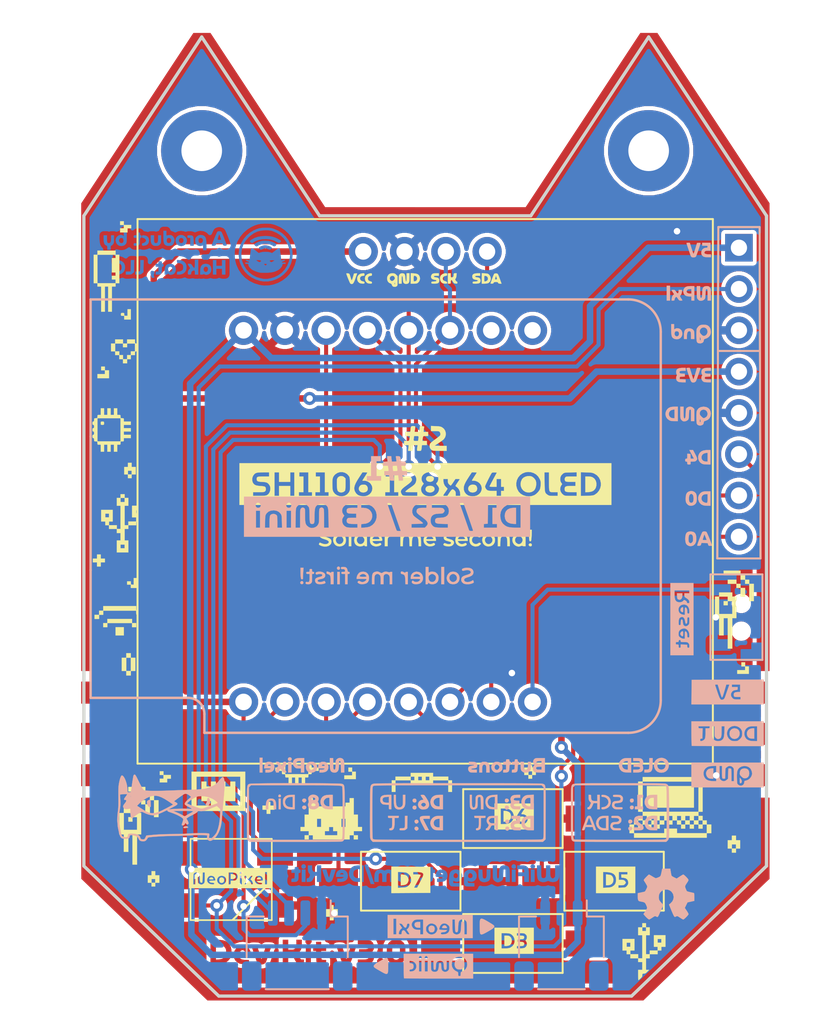
<source format=kicad_pcb>
(kicad_pcb (version 20171130) (host pcbnew 5.1.5+dfsg1-2build2)
  (layers (0 F.Cu signal) (31 B.Cu signal) (34 B.Paste user) (35 F.Paste user) (36 B.SilkS user hide) (37 F.SilkS user hide) (38 B.Mask user) (39 F.Mask user hide) (44 Edge.Cuts user))
  (net 0 "")
  (net 1 "Net-(Brd1-Pad4)")
  (net 2 "Net-(Brd1-Pad3)")
  (net 3 "Net-(Brd1-Pad2)")
  (net 4 "Net-(D1-Pad4)")
  (net 5 "Net-(D1-Pad2)")
  (net 6 /D6)
  (net 7 /D7)
  (net 8 /D5)
  (net 9 "Net-(U1-Pad16)")
  (net 10 "Net-(U1-Pad1)")
  (net 11 "Net-(U1-Pad15)")
  (net 12 "Net-(U1-Pad2)")
  (net 13 "Net-(U1-Pad3)")
  (net 14 "Net-(U1-Pad12)")
  (net 15 "Net-(U1-Pad11)")
  (net 16 +5V)
  (net 17 GND)
  (module v3.0 (layer F.Cu) (at 0 -1.5)
    (fp_text reference Ref** hide)
    (fp_text value Val** hide)
    (fp_poly (pts (xy 2.063245 21.757301) (xy 2.16754 21.832862) (xy 2.230483 21.9202) (xy 2.271738 22.044422) (xy 2.272389 22.165292) (xy 2.238189 22.275372) (xy 2.174888 22.367227) (xy 2.088241 22.43342) (xy 1.984 22.466514) (xy 1.867915 22.459075) (xy 1.824459 22.445091) (xy 1.7272 22.406886) (xy 1.7272 22.5552) (xy 2.1336 22.5552) (xy 2.1336 22.7584) (xy 1.8669 22.7584) (xy 1.743835 22.757235) (xy 1.660717 22.752598) (xy 1.606724 22.742777) (xy 1.571032 22.726059) (xy 1.550046 22.708246) (xy 1.515392 22.665699) (xy 1.492157 22.613447) (xy 1.478796 22.541931) (xy 1.473763 22.441596) (xy 1.475512 22.302884) (xy 1.476983 22.256552) (xy 1.487549 22.093708) (xy 1.488166 22.090182) (xy 1.736089 22.090182) (xy 1.747262 22.16222) (xy 1.788869 22.219618) (xy 1.858046 22.249) (xy 1.8796 22.2504) (xy 1.955231 22.22996) (xy 1.996114 22.187085) (xy 2.024321 22.103723) (xy 2.005687 22.022511) (xy 1.943104 21.955967) (xy 1.942696 21.9557) (xy 1.89306 21.928994) (xy 1.853817 21.933652) (xy 1.816503 21.9557) (xy 1.758215 22.016882) (xy 1.736089 22.090182) (xy 1.488166 22.090182) (xy 1.508833 21.972188) (xy 1.544466 21.883013) (xy 1.598077 21.817202) (xy 1.673298 21.765778) (xy 1.676003 21.764322) (xy 1.806327 21.719897) (xy 1.939124 21.718601) (xy 2.063245 21.757301)) (layer B.Cu) (width 0.01))
    (fp_poly (pts (xy 2.926924 21.739032) (xy 3.04048 21.801616) (xy 3.121815 21.900365) (xy 3.16569 22.030793) (xy 3.167534 22.04327) (xy 3.164577 22.175745) (xy 3.12346 22.291123) (xy 3.05168 22.382878) (xy 2.956736 22.444484) (xy 2.846125 22.469417) (xy 2.727346 22.451151) (xy 2.707578 22.443572) (xy 2.612944 22.404031) (xy 2.620922 22.473265) (xy 2.627156 22.508119) (xy 2.643237 22.529239) (xy 2.680126 22.540727) (xy 2.748784 22.546685) (xy 2.82575 22.549918) (xy 3.0226 22.557336) (xy 3.0226 22.7584) (xy 2.760327 22.7584) (xy 2.640803 22.757552) (xy 2.560761 22.753571) (xy 2.50889 22.744302) (xy 2.473881 22.727591) (xy 2.444425 22.701281) (xy 2.440862 22.69752) (xy 2.418236 22.670803) (xy 2.402805 22.641085) (xy 2.393486 22.599117) (xy 2.389195 22.535654) (xy 2.388849 22.441448) (xy 2.391364 22.307253) (xy 2.391984 22.280388) (xy 2.39576 22.138428) (xy 2.39681 22.115724) (xy 2.632164 22.115724) (xy 2.650441 22.188075) (xy 2.665876 22.210946) (xy 2.721198 22.242969) (xy 2.795075 22.247488) (xy 2.863385 22.224556) (xy 2.881085 22.210485) (xy 2.918452 22.141668) (xy 2.917517 22.062554) (xy 2.882974 21.9899) (xy 2.819517 21.940466) (xy 2.80389 21.934876) (xy 2.737476 21.937315) (xy 2.682303 21.977099) (xy 2.644992 22.040984) (xy 2.632164 22.115724) (xy 2.39681 22.115724) (xy 2.400414 22.037836) (xy 2.407541 21.969188) (xy 2.418738 21.923057) (xy 2.435599 21.890017) (xy 2.459723 21.860642) (xy 2.4638 21.856254) (xy 2.570573 21.76847) (xy 2.691172 21.724799) (xy 2.786388 21.717094) (xy 2.926924 21.739032)) (layer B.Cu) (width 0.01))
    (fp_poly (pts (xy -3.568545 21.414571) (xy -3.533171 21.420496) (xy -3.5306 21.422881) (xy -3.522673 21.448851) (xy -3.500392 21.516167) (xy -3.466012 21.618168) (xy -3.421788 21.748192) (xy -3.369973 21.899576) (xy -3.328638 22.019781) (xy -3.126676 22.606) (xy -3.345915 22.606) (xy -3.540056 22.04085) (xy -3.594967 21.879677) (xy -3.643838 21.733693) (xy -3.684355 21.61002) (xy -3.714205 21.515779) (xy -3.731072 21.458092) (xy -3.733999 21.44395) (xy -3.710136 21.421532) (xy -3.643276 21.41232) (xy -3.6322 21.4122) (xy -3.568545 21.414571)) (layer B.Cu) (width 0.01))
    (fp_poly (pts (xy -6.00569 21.971575) (xy -5.974904 22.074213) (xy -5.947117 22.153173) (xy -5.925839 22.19925) (xy -5.916096 22.206525) (xy -5.901785 22.174687) (xy -5.878842 22.105702) (xy -5.851141 22.011658) (xy -5.836526 21.9583) (xy -5.775451 21.7297) (xy -5.643626 21.722022) (xy -5.569715 21.721069) (xy -5.521881 21.726884) (xy -5.5118 21.7337) (xy -5.519329 21.763719) (xy -5.539966 21.832509) (xy -5.570786 21.930634) (xy -5.608865 22.04866) (xy -5.61975 22.081922) (xy -5.665693 22.218418) (xy -5.701684 22.314809) (xy -5.731976 22.379765) (xy -5.760818 22.421957) (xy -5.792462 22.450053) (xy -5.8039 22.4575) (xy -5.882853 22.495255) (xy -5.952349 22.49779) (xy -6.007982 22.480231) (xy -6.063308 22.447302) (xy -6.08713 22.424691) (xy -6.103256 22.391003) (xy -6.130968 22.320224) (xy -6.166374 22.223646) (xy -6.205578 22.112563) (xy -6.244687 21.998268) (xy -6.279807 21.892052) (xy -6.307044 21.805209) (xy -6.322504 21.749031) (xy -6.3246 21.736012) (xy -6.301779 21.72505) (xy -6.24357 21.71818) (xy -6.200695 21.717) (xy -6.076789 21.717) (xy -6.00569 21.971575)) (layer B.Cu) (width 0.01))
    (fp_poly (pts (xy -1.231486 21.748281) (xy -1.12971 21.807826) (xy -1.050544 21.896856) (xy -1.003248 22.014062) (xy -0.997777 22.045427) (xy -1.002511 22.18441) (xy -1.051613 22.30718) (xy -1.139403 22.405143) (xy -1.260199 22.469702) (xy -1.2827 22.476491) (xy -1.359184 22.495781) (xy -1.412274 22.500595) (xy -1.466483 22.489946) (xy -1.5367 22.466248) (xy -1.657923 22.399427) (xy -1.743426 22.302536) (xy -1.789403 22.184756) (xy -1.791047 22.10435) (xy -1.549012 22.10435) (xy -1.529187 22.185547) (xy -1.477668 22.2432) (xy -1.4079 22.270562) (xy -1.333328 22.260888) (xy -1.291051 22.233763) (xy -1.253372 22.169158) (xy -1.246443 22.085969) (xy -1.269905 22.005776) (xy -1.2954 21.971) (xy -1.348806 21.92904) (xy -1.399698 21.925518) (xy -1.45582 21.949402) (xy -1.519278 21.995369) (xy -1.545699 22.056522) (xy -1.549012 22.10435) (xy -1.791047 22.10435) (xy -1.792052 22.05527) (xy -1.755336 21.93855) (xy -1.679442 21.831075) (xy -1.579848 21.759617) (xy -1.465817 21.72287) (xy -1.346608 21.719527) (xy -1.231486 21.748281)) (layer B.Cu) (width 0.01))
    (fp_poly (pts (xy -0.130127 22.213136) (xy -0.0762 22.2504) (xy -0.032752 22.312605) (xy -0.035818 22.372665) (xy -0.085981 22.440281) (xy -0.087746 22.442054) (xy -0.137362 22.486652) (xy -0.175487 22.499804) (xy -0.223923 22.488429) (xy -0.2286 22.486772) (xy -0.292857 22.441328) (xy -0.324869 22.372935) (xy -0.320787 22.298699) (xy -0.28375 22.241636) (xy -0.20909 22.203655) (xy -0.130127 22.213136)) (layer B.Cu) (width 0.01))
    (fp_poly (pts (xy 3.5179 21.7297) (xy 3.525268 21.969625) (xy 3.532103 22.101447) (xy 3.545022 22.190266) (xy 3.567016 22.243784) (xy 3.601071 22.269703) (xy 3.644073 22.2758) (xy 3.704143 22.264692) (xy 3.745404 22.227077) (xy 3.770633 22.156512) (xy 3.782607 22.046556) (xy 3.7846 21.949949) (xy 3.7846 21.717) (xy 4.0132 21.717) (xy 4.0132 21.984961) (xy 4.009068 22.142037) (xy 3.994777 22.257463) (xy 3.967479 22.339857) (xy 3.92433 22.397839) (xy 3.863036 22.439743) (xy 3.754143 22.477963) (xy 3.633779 22.492764) (xy 3.527487 22.48118) (xy 3.52152 22.479394) (xy 3.425113 22.435908) (xy 3.355676 22.370854) (xy 3.30995 22.27747) (xy 3.284681 22.148994) (xy 3.276611 21.978665) (xy 3.2766 21.970869) (xy 3.2766 21.714216) (xy 3.5179 21.7297)) (layer B.Cu) (width 0.01))
    (fp_poly (pts (xy 4.984833 21.470058) (xy 5.067186 21.503361) (xy 5.116752 21.543141) (xy 5.15339 21.593396) (xy 5.178913 21.661826) (xy 5.195132 21.756128) (xy 5.20386 21.884001) (xy 5.20691 22.053144) (xy 5.207 22.097184) (xy 5.207 22.479) (xy 4.954323 22.479) (xy 4.947311 22.09165) (xy 4.9403 21.7043) (xy 4.8133 21.7043) (xy 4.8006 22.013522) (xy 4.794402 22.145661) (xy 4.787237 22.237378) (xy 4.777048 22.299039) (xy 4.76178 22.34101) (xy 4.739375 22.373659) (xy 4.726286 22.388211) (xy 4.657078 22.439658) (xy 4.565666 22.481484) (xy 4.477978 22.502581) (xy 4.4577 22.503264) (xy 4.418511 22.493232) (xy 4.358028 22.47006) (xy 4.353945 22.468296) (xy 4.281233 22.42271) (xy 4.220595 22.364264) (xy 4.200076 22.334962) (xy 4.185396 22.301765) (xy 4.175586 22.256111) (xy 4.169676 22.189435) (xy 4.166696 22.093176) (xy 4.165677 21.95877) (xy 4.1656 21.878674) (xy 4.1656 21.463) (xy 4.4196 21.463) (xy 4.4196 21.853982) (xy 4.42053 22.009848) (xy 4.423702 22.12153) (xy 4.429686 22.195615) (xy 4.439052 22.238693) (xy 4.452371 22.257351) (xy 4.454604 22.258397) (xy 4.493489 22.261538) (xy 4.520499 22.232763) (xy 4.537228 22.16699) (xy 4.545273 22.059135) (xy 4.5466 21.965104) (xy 4.554681 21.785355) (xy 4.580849 21.649644) (xy 4.627985 21.553536) (xy 4.698971 21.492596) (xy 4.79669 21.462391) (xy 4.8768 21.457138) (xy 4.984833 21.470058)) (layer B.Cu) (width 0.01))
    (fp_poly (pts (xy 7.137788 21.81225) (xy 7.139228 21.941831) (xy 7.142905 22.053884) (xy 7.148304 22.138235) (xy 7.154913 22.184711) (xy 7.156838 22.189447) (xy 7.217343 22.240759) (xy 7.292889 22.254168) (xy 7.365829 22.230503) (xy 7.415139 22.177302) (xy 7.425633 22.132744) (xy 7.434152 22.048259) (xy 7.439928 21.934703) (xy 7.442192 21.802936) (xy 7.4422 21.794869) (xy 7.4422 21.463) (xy 7.6962 21.463) (xy 7.6962 21.807054) (xy 7.696626 21.945854) (xy 7.698876 22.043348) (xy 7.704406 22.10903) (xy 7.714672 22.152392) (xy 7.731131 22.182929) (xy 7.755239 22.210133) (xy 7.758545 22.213454) (xy 7.812953 22.26109) (xy 7.855705 22.27084) (xy 7.90694 22.243818) (xy 7.934074 22.223156) (xy 7.960587 22.200856) (xy 7.97897 22.176816) (xy 7.990712 22.141996) (xy 7.997301 22.087358) (xy 8.000226 22.003864) (xy 8.000975 21.882474) (xy 8.001 21.816756) (xy 8.001 21.463) (xy 8.255 21.463) (xy 8.255 21.834191) (xy 8.252169 22.01396) (xy 8.242058 22.151182) (xy 8.222233 22.253877) (xy 8.190262 22.330067) (xy 8.143715 22.387772) (xy 8.080159 22.435013) (xy 8.071201 22.440402) (xy 7.97339 22.475325) (xy 7.853285 22.486495) (xy 7.73363 22.473662) (xy 7.65175 22.445024) (xy 7.590571 22.418021) (xy 7.544527 22.418183) (xy 7.498472 22.43807) (xy 7.371704 22.48111) (xy 7.236359 22.490497) (xy 7.169786 22.480512) (xy 7.074959 22.450058) (xy 7.003013 22.407258) (xy 6.951007 22.345475) (xy 6.916003 22.25807) (xy 6.895059 22.138403) (xy 6.885237 21.979836) (xy 6.8834 21.833811) (xy 6.8834 21.463) (xy 7.1374 21.463) (xy 7.137788 21.81225)) (layer B.Cu) (width 0.01))
    (fp_poly (pts (xy -7.841816 21.566808) (xy -7.808526 21.579562) (xy -7.798447 21.612052) (xy -7.7978 21.6408) (xy -7.790966 21.695258) (xy -7.761914 21.71518) (xy -7.7343 21.717) (xy -7.693389 21.722545) (xy -7.675205 21.748702) (xy -7.670823 21.809752) (xy -7.6708 21.8186) (xy -7.674266 21.884059) (xy -7.690615 21.913153) (xy -7.728771 21.920163) (xy -7.7343 21.9202) (xy -7.764985 21.922166) (xy -7.783743 21.934754) (xy -7.793509 21.967993) (xy -7.797216 22.031916) (xy -7.7978 22.136552) (xy -7.7978 22.137254) (xy -7.799173 22.245573) (xy -7.805271 22.316444) (xy -7.819067 22.363188) (xy -7.843534 22.399126) (xy -7.860146 22.416654) (xy -7.905173 22.453062) (xy -7.958465 22.471992) (xy -8.037955 22.478625) (xy -8.076046 22.479) (xy -8.2296 22.479) (xy -8.2296 22.378933) (xy -8.226543 22.314221) (xy -8.207978 22.284322) (xy -8.159818 22.273271) (xy -8.13435 22.270983) (xy -8.0391 22.2631) (xy -8.03159 22.09165) (xy -8.024079 21.9202) (xy -8.2296 21.9202) (xy -8.2296 21.8186) (xy -8.227156 21.753567) (xy -8.210048 21.72467) (xy -8.163609 21.717244) (xy -8.128 21.717) (xy -8.062854 21.71399) (xy -8.033893 21.697684) (xy -8.026561 21.657162) (xy -8.0264 21.6408) (xy -8.023087 21.593943) (xy -8.003956 21.57175) (xy -7.955221 21.56503) (xy -7.9121 21.5646) (xy -7.841816 21.566808)) (layer B.Cu) (width 0.01))
    (fp_poly (pts (xy -7.366 22.479) (xy -7.5946 22.479) (xy -7.5946 21.717) (xy -7.366 21.717) (xy -7.366 22.479)) (layer B.Cu) (width 0.01))
    (fp_poly (pts (xy -6.9596 21.6154) (xy -6.949242 21.735064) (xy -6.915096 21.813447) (xy -6.852556 21.856306) (xy -6.757015 21.869399) (xy -6.7564 21.8694) (xy -6.6548 21.8694) (xy -6.6548 21.463) (xy -6.4008 21.463) (xy -6.4008 22.479) (xy -6.6548 22.479) (xy -6.6548 22.098) (xy -6.725549 22.098) (xy -6.765541 22.103578) (xy -6.798431 22.126825) (xy -6.833202 22.177505) (xy -6.878039 22.263762) (xy -6.937074 22.369091) (xy -6.996068 22.434128) (xy -7.067846 22.467723) (xy -7.165231 22.47873) (xy -7.189854 22.479) (xy -7.2898 22.479) (xy -7.2898 22.3647) (xy -7.28721 22.294202) (xy -7.274305 22.260801) (xy -7.243387 22.250861) (xy -7.225259 22.2504) (xy -7.179215 22.240226) (xy -7.143485 22.201853) (xy -7.113956 22.14245) (xy -7.086716 22.074873) (xy -7.080635 22.034709) (xy -7.095462 22.003302) (xy -7.111824 21.9837) (xy -7.165472 21.911031) (xy -7.196948 21.833079) (xy -7.211208 21.733229) (xy -7.2136 21.642469) (xy -7.2136 21.463) (xy -6.9596 21.463) (xy -6.9596 21.6154)) (layer B.Cu) (width 0.01))
    (fp_poly (pts (xy -4.992947 21.738767) (xy -4.88351 21.801389) (xy -4.805884 21.901885) (xy -4.763469 22.037088) (xy -4.760032 22.063037) (xy -4.766461 22.19915) (xy -4.816014 22.311223) (xy -4.905797 22.396738) (xy -5.03292 22.453176) (xy -5.194489 22.478018) (xy -5.237782 22.479) (xy -5.4102 22.479) (xy -5.4102 22.2758) (xy -5.260614 22.2758) (xy -5.156593 22.269733) (xy -5.086272 22.249004) (xy -5.051064 22.225845) (xy -4.9911 22.17589) (xy -5.4864 22.1742) (xy -5.4864 22.084484) (xy -5.47496 22.010914) (xy -5.2578 22.010914) (xy -5.23493 22.017107) (xy -5.176419 22.02105) (xy -5.129907 22.0218) (xy -5.055448 22.020262) (xy -5.021782 22.012291) (xy -5.018918 21.992848) (xy -5.0292 21.971) (xy -5.076018 21.930209) (xy -5.141853 21.922816) (xy -5.206455 21.94999) (xy -5.217886 21.960114) (xy -5.249562 21.996071) (xy -5.2578 22.010914) (xy -5.47496 22.010914) (xy -5.464979 21.946728) (xy -5.404237 21.836537) (xy -5.309455 21.759367) (xy -5.185915 21.720673) (xy -5.1308 21.717189) (xy -4.992947 21.738767)) (layer B.Cu) (width 0.01))
    (fp_poly (pts (xy -3.7846 22.479) (xy -4.03225 22.476709) (xy -4.149781 22.473229) (xy -4.257262 22.465824) (xy -4.338328 22.455798) (xy -4.363431 22.450328) (xy -4.430413 22.417968) (xy -4.507165 22.362643) (xy -4.544248 22.328952) (xy -4.631955 22.209501) (xy -4.678964 22.07493) (xy -4.684446 21.983984) (xy -4.4196 21.983984) (xy -4.41249 22.069595) (xy -4.384508 22.131407) (xy -4.345354 22.176153) (xy -4.283752 22.226045) (xy -4.216776 22.247202) (xy -4.154854 22.2504) (xy -4.0386 22.2504) (xy -4.0386 21.6916) (xy -4.128762 21.6916) (xy -4.231004 21.707237) (xy -4.323131 21.748292) (xy -4.386626 21.805979) (xy -4.393448 21.817193) (xy -4.409474 21.87204) (xy -4.418711 21.951867) (xy -4.4196 21.983984) (xy -4.684446 21.983984) (xy -4.687424 21.9346) (xy -4.659484 21.797869) (xy -4.597293 21.674097) (xy -4.503002 21.572643) (xy -4.378758 21.502865) (xy -4.352544 21.49414) (xy -4.27888 21.479859) (xy -4.173497 21.469027) (xy -4.055446 21.463408) (xy -4.016604 21.463) (xy -3.7846 21.463) (xy -3.7846 22.479)) (layer B.Cu) (width 0.01))
    (fp_poly (pts (xy -2.622107 21.73819) (xy -2.582367 21.754831) (xy -2.526514 21.777786) (xy -2.479302 21.773405) (xy -2.432162 21.751873) (xy -2.33806 21.723679) (xy -2.2166 21.722783) (xy -2.12301 21.736633) (xy -2.056455 21.765731) (xy -1.998504 21.814905) (xy -1.963762 21.851235) (xy -1.940449 21.884993) (xy -1.925908 21.927263) (xy -1.91748 21.989127) (xy -1.912505 22.081669) (xy -1.909165 22.187321) (xy -1.900629 22.479) (xy -2.159 22.479) (xy -2.159 22.224455) (xy -2.159594 22.108532) (xy -2.162917 22.03305) (xy -2.171288 21.987652) (xy -2.187023 21.961982) (xy -2.212438 21.945682) (xy -2.222397 21.941025) (xy -2.27814 21.925855) (xy -2.324241 21.947466) (xy -2.336697 21.958206) (xy -2.361125 21.986801) (xy -2.376331 22.026466) (xy -2.384388 22.088731) (xy -2.387366 22.185123) (xy -2.3876 22.241636) (xy -2.3876 22.479) (xy -2.6416 22.479) (xy -2.6416 22.224455) (xy -2.642194 22.108532) (xy -2.645517 22.03305) (xy -2.653888 21.987652) (xy -2.669623 21.961982) (xy -2.695038 21.945682) (xy -2.704997 21.941025) (xy -2.76074 21.925855) (xy -2.806841 21.947466) (xy -2.819297 21.958206) (xy -2.843725 21.986801) (xy -2.858931 22.026466) (xy -2.866988 22.088731) (xy -2.869966 22.185123) (xy -2.8702 22.241636) (xy -2.8702 22.479) (xy -3.1242 22.479) (xy -3.1242 22.236884) (xy -3.118463 22.074202) (xy -3.099342 21.952682) (xy -3.063972 21.863789) (xy -3.009487 21.798986) (xy -2.966979 21.768451) (xy -2.861661 21.728834) (xy -2.738705 21.718464) (xy -2.622107 21.73819)) (layer B.Cu) (width 0.01))
    (fp_poly (pts (xy -0.774133 21.735852) (xy -0.747777 21.740532) (xy -0.606247 21.787264) (xy -0.499871 21.864996) (xy -0.432261 21.967596) (xy -0.407027 22.088934) (xy -0.427783 22.222881) (xy -0.441627 22.260139) (xy -0.511068 22.363289) (xy -0.618145 22.43434) (xy -0.759555 22.471275) (xy -0.792089 22.474421) (xy -0.9398 22.485105) (xy -0.9398 22.380452) (xy -0.937201 22.314108) (xy -0.921759 22.284128) (xy -0.882005 22.276096) (xy -0.856552 22.2758) (xy -0.755877 22.25788) (xy -0.688922 22.207013) (xy -0.660919 22.127532) (xy -0.6604 22.113196) (xy -0.68067 22.024728) (xy -0.741131 21.967147) (xy -0.8382 21.941235) (xy -0.898857 21.930174) (xy -0.925789 21.901569) (xy -0.935301 21.84712) (xy -0.935595 21.777323) (xy -0.914346 21.738646) (xy -0.863282 21.72639) (xy -0.774133 21.735852)) (layer B.Cu) (width 0.01))
    (fp_poly (pts (xy 0.438584 21.566808) (xy 0.471874 21.579562) (xy 0.481953 21.612052) (xy 0.4826 21.6408) (xy 0.489434 21.695258) (xy 0.518486 21.71518) (xy 0.5461 21.717) (xy 0.587011 21.722545) (xy 0.605195 21.748702) (xy 0.609577 21.809752) (xy 0.6096 21.8186) (xy 0.606134 21.884059) (xy 0.589785 21.913153) (xy 0.551629 21.920163) (xy 0.5461 21.9202) (xy 0.515415 21.922166) (xy 0.496657 21.934754) (xy 0.486891 21.967993) (xy 0.483184 22.031916) (xy 0.4826 22.136552) (xy 0.4826 22.137254) (xy 0.481227 22.245573) (xy 0.475129 22.316444) (xy 0.461333 22.363188) (xy 0.436866 22.399126) (xy 0.420254 22.416654) (xy 0.375227 22.453062) (xy 0.321935 22.471992) (xy 0.242445 22.478625) (xy 0.204354 22.479) (xy 0.0508 22.479) (xy 0.0508 22.378933) (xy 0.053857 22.314221) (xy 0.072422 22.284322) (xy 0.120582 22.273271) (xy 0.14605 22.270983) (xy 0.2413 22.2631) (xy 0.24881 22.09165) (xy 0.256321 21.9202) (xy 0.0508 21.9202) (xy 0.0508 21.8186) (xy 0.053244 21.753567) (xy 0.070352 21.72467) (xy 0.116791 21.717244) (xy 0.1524 21.717) (xy 0.217546 21.71399) (xy 0.246507 21.697684) (xy 0.253839 21.657162) (xy 0.254 21.6408) (xy 0.257313 21.593943) (xy 0.276444 21.57175) (xy 0.325179 21.56503) (xy 0.3683 21.5646) (xy 0.438584 21.566808)) (layer B.Cu) (width 0.01))
    (fp_poly (pts (xy 1.120756 21.734506) (xy 1.192233 21.763412) (xy 1.290135 21.841486) (xy 1.34809 21.949847) (xy 1.36664 22.089648) (xy 1.365177 22.129775) (xy 1.339123 22.261449) (xy 1.27874 22.360458) (xy 1.181635 22.428532) (xy 1.045416 22.467402) (xy 0.88265 22.478858) (xy 0.7366 22.479) (xy 0.7366 22.2758) (xy 0.887185 22.2758) (xy 0.990355 22.269992) (xy 1.05586 22.250748) (xy 1.082341 22.23135) (xy 1.100553 22.210177) (xy 1.098484 22.19659) (xy 1.068395 22.188378) (xy 1.00255 22.183328) (xy 0.900844 22.17948) (xy 0.779367 22.172043) (xy 0.695772 22.159454) (xy 0.656255 22.142674) (xy 0.655307 22.14138) (xy 0.645409 22.089417) (xy 0.65441 22.010929) (xy 0.657087 22.00148) (xy 0.889 22.00148) (xy 0.911711 22.0136) (xy 0.969171 22.020869) (xy 1.0033 22.0218) (xy 1.071478 22.017762) (xy 1.112364 22.007547) (xy 1.1176 22.00148) (xy 1.095812 21.959312) (xy 1.044529 21.927835) (xy 1.0033 21.9202) (xy 0.944002 21.935693) (xy 0.899737 21.972161) (xy 0.889 22.00148) (xy 0.657087 22.00148) (xy 0.678764 21.924967) (xy 0.707012 21.86346) (xy 0.779065 21.785867) (xy 0.881248 21.736612) (xy 0.999749 21.718542) (xy 1.120756 21.734506)) (layer B.Cu) (width 0.01))
    (fp_poly (pts (xy 5.5626 22.479) (xy 5.334 22.479) (xy 5.334 21.717) (xy 5.5626 21.717) (xy 5.5626 22.479)) (layer B.Cu) (width 0.01))
    (fp_poly (pts (xy 5.89915 21.463094) (xy 6.022612 21.465486) (xy 6.108807 21.473944) (xy 6.171114 21.490569) (xy 6.215416 21.512771) (xy 6.272112 21.552679) (xy 6.313797 21.598631) (xy 6.342702 21.658762) (xy 6.361055 21.741209) (xy 6.371085 21.854107) (xy 6.37502 22.005592) (xy 6.3754 22.096738) (xy 6.3754 22.479) (xy 6.096 22.479) (xy 6.096 22.1234) (xy 5.715 22.1234) (xy 5.715 21.8948) (xy 6.099066 21.8948) (xy 6.0833 21.7043) (xy 5.87375 21.696922) (xy 5.6642 21.689545) (xy 5.6642 21.463) (xy 5.89915 21.463094)) (layer B.Cu) (width 0.01))
    (fp_poly (pts (xy 6.731 22.479) (xy 6.5024 22.479) (xy 6.5024 21.717) (xy 6.731 21.717) (xy 6.731 22.479)) (layer B.Cu) (width 0.01))
    (fp_poly (pts (xy -7.427405 21.399754) (xy -7.382637 21.43325) (xy -7.345788 21.504146) (xy -7.350083 21.575919) (xy -7.389498 21.634202) (xy -7.458011 21.664625) (xy -7.4803 21.6662) (xy -7.54526 21.649676) (xy -7.580086 21.626285) (xy -7.615662 21.558959) (xy -7.610029 21.48359) (xy -7.57355 21.428836) (xy -7.500935 21.390915) (xy -7.427405 21.399754)) (layer B.Cu) (width 0.01))
    (fp_poly (pts (xy 5.54405 21.431175) (xy 5.545963 21.43325) (xy 5.580196 21.499061) (xy 5.585147 21.573743) (xy 5.559469 21.633694) (xy 5.55752 21.63572) (xy 5.499118 21.662798) (xy 5.425377 21.660066) (xy 5.360659 21.629404) (xy 5.350636 21.619749) (xy 5.313096 21.556059) (xy 5.321146 21.489931) (xy 5.34814 21.443251) (xy 5.407278 21.396479) (xy 5.478335 21.392163) (xy 5.54405 21.431175)) (layer B.Cu) (width 0.01))
    (fp_poly (pts (xy 6.6652 21.399862) (xy 6.723879 21.440956) (xy 6.754748 21.510301) (xy 6.7564 21.533035) (xy 6.735458 21.603357) (xy 6.683033 21.648902) (xy 6.614722 21.663973) (xy 6.546124 21.642873) (xy 6.519036 21.619749) (xy 6.481115 21.547134) (xy 6.489954 21.473604) (xy 6.52345 21.428836) (xy 6.59347 21.393622) (xy 6.6652 21.399862)) (layer B.Cu) (width 0.01))
    (fp_poly (pts (xy -9.662638 -17.76061) (xy -9.554126 -17.752833) (xy -9.461391 -17.73738) (xy -9.366957 -17.711775) (xy -9.309818 -17.693097) (xy -9.03752 -17.575515) (xy -8.797476 -17.419636) (xy -8.591827 -17.228078) (xy -8.422713 -17.003456) (xy -8.292275 -16.748388) (xy -8.202654 -16.46549) (xy -8.172055 -16.302555) (xy -8.160788 -16.060438) (xy -8.194 -15.80127) (xy -8.260702 -15.560278) (xy -8.371486 -15.312785) (xy -8.521718 -15.090201) (xy -8.705624 -14.895824) (xy -8.917433 -14.732951) (xy -9.151373 -14.604881) (xy -9.40167 -14.51491) (xy -9.662554 -14.466337) (xy -9.92825 -14.46246) (xy -10.131092 -14.491704) (xy -10.419392 -14.578412) (xy -10.679298 -14.706127) (xy -10.908279 -14.872608) (xy -11.103801 -15.075614) (xy -11.263335 -15.312905) (xy -11.384348 -15.582242) (xy -11.393615 -15.609018) (xy -11.443277 -15.812788) (xy -11.466861 -16.040552) (xy -11.465706 -16.129) (xy -11.31355 -16.129) (xy -11.308136 -15.947148) (xy -11.285281 -15.791126) (xy -11.240186 -15.639994) (xy -11.168053 -15.472812) (xy -11.158768 -15.453582) (xy -11.018318 -15.22141) (xy -10.840486 -15.021741) (xy -10.62941 -14.857816) (xy -10.389231 -14.73287) (xy -10.1346 -14.652483) (xy -9.976664 -14.621752) (xy -9.843189 -14.609746) (xy -9.711512 -14.616218) (xy -9.558968 -14.64092) (xy -9.534067 -14.64594) (xy -9.265205 -14.725607) (xy -9.022978 -14.847128) (xy -8.810571 -15.007294) (xy -8.631172 -15.202893) (xy -8.487967 -15.430717) (xy -8.384142 -15.687555) (xy -8.343967 -15.844911) (xy -8.319553 -15.977708) (xy -8.308824 -16.085617) (xy -8.311865 -16.188987) (xy -8.328763 -16.308172) (xy -8.346317 -16.399334) (xy -8.424714 -16.661965) (xy -8.546599 -16.902712) (xy -8.707732 -17.117085) (xy -8.903873 -17.300592) (xy -9.130781 -17.448743) (xy -9.384216 -17.557049) (xy -9.4615 -17.580209) (xy -9.545733 -17.5957) (xy -9.660451 -17.607083) (xy -9.785391 -17.61257) (xy -9.8298 -17.61275) (xy -10.093392 -17.59167) (xy -10.3305 -17.531052) (xy -10.548543 -17.427747) (xy -10.754943 -17.278606) (xy -10.871453 -17.170653) (xy -11.048429 -16.967592) (xy -11.177754 -16.757162) (xy -11.262579 -16.531943) (xy -11.306051 -16.284515) (xy -11.31355 -16.129) (xy -11.465706 -16.129) (xy -11.463832 -16.272394) (xy -11.43365 -16.488394) (xy -11.418953 -16.5481) (xy -11.319931 -16.813594) (xy -11.177641 -17.05822) (xy -10.997136 -17.275816) (xy -10.783465 -17.460221) (xy -10.559454 -17.596511) (xy -10.392814 -17.672002) (xy -10.238086 -17.7222) (xy -10.077313 -17.75107) (xy -9.892539 -17.762575) (xy -9.8044 -17.763187) (xy -9.662638 -17.76061)) (layer B.Cu) (width 0.01))
    (fp_poly (pts (xy -16.731455 -15.102798) (xy -16.69288 -15.08252) (xy -16.668271 -15.030037) (xy -16.664294 -14.960717) (xy -16.681566 -14.902591) (xy -16.688744 -14.893617) (xy -16.702096 -14.849808) (xy -16.688744 -14.797983) (xy -16.669537 -14.739929) (xy -16.6624 -14.704947) (xy -16.683671 -14.688906) (xy -16.732333 -14.681841) (xy -16.785662 -14.684414) (xy -16.820936 -14.697288) (xy -16.823327 -14.70025) (xy -16.836459 -14.733609) (xy -16.857959 -14.799122) (xy -16.874582 -14.853744) (xy -16.89892 -14.974698) (xy -16.889369 -15.058021) (xy -16.845965 -15.103605) (xy -16.795109 -15.113) (xy -16.731455 -15.102798)) (layer B.Cu) (width 0.01))
    (fp_poly (pts (xy -15.567023 -15.528322) (xy -15.471163 -15.47676) (xy -15.399513 -15.394624) (xy -15.355391 -15.290431) (xy -15.346825 -15.17417) (xy -15.371381 -15.061152) (xy -15.426626 -14.966687) (xy -15.474157 -14.924846) (xy -15.55424 -14.888005) (xy -15.642929 -14.86944) (xy -15.716204 -14.873864) (xy -15.7226 -14.876078) (xy -15.772513 -14.904677) (xy -15.80515 -14.929752) (xy -15.838637 -14.95475) (xy -15.849008 -14.943062) (xy -15.8496 -14.926437) (xy -15.864574 -14.89638) (xy -15.916088 -14.884916) (xy -15.9385 -14.8844) (xy -16.0274 -14.8844) (xy -16.0274 -15.090112) (xy -16.016719 -15.255259) (xy -15.819879 -15.255259) (xy -15.819328 -15.175212) (xy -15.793587 -15.102204) (xy -15.747422 -15.051358) (xy -15.698915 -15.0368) (xy -15.647626 -15.050759) (xy -15.601252 -15.076341) (xy -15.554546 -15.136002) (xy -15.5448 -15.198486) (xy -15.561846 -15.293991) (xy -15.610741 -15.353671) (xy -15.6845 -15.37335) (xy -15.75095 -15.357522) (xy -15.79047 -15.327221) (xy -15.819879 -15.255259) (xy -16.016719 -15.255259) (xy -16.016425 -15.259793) (xy -15.981833 -15.386658) (xy -15.921124 -15.474093) (xy -15.831801 -15.525484) (xy -15.711364 -15.544216) (xy -15.692112 -15.544426) (xy -15.567023 -15.528322)) (layer B.Cu) (width 0.01))
    (fp_poly (pts (xy -13.368722 -15.524888) (xy -13.263416 -15.467185) (xy -13.193737 -15.374743) (xy -13.162391 -15.250613) (xy -13.163511 -15.157866) (xy -13.196092 -15.039678) (xy -13.263045 -14.947396) (xy -13.35531 -14.888045) (xy -13.463827 -14.868651) (xy -13.5255 -14.877141) (xy -13.58386 -14.900253) (xy -13.60805 -14.915644) (xy -13.635374 -14.927176) (xy -13.6398 -14.912911) (xy -13.662636 -14.894429) (xy -13.721344 -14.884902) (xy -13.7414 -14.8844) (xy -13.843 -14.8844) (xy -13.843 -15.088862) (xy -13.833654 -15.215397) (xy -13.6398 -15.215397) (xy -13.621912 -15.127842) (xy -13.575553 -15.067602) (xy -13.511684 -15.041105) (xy -13.441265 -15.054774) (xy -13.406851 -15.078837) (xy -13.373636 -15.135697) (xy -13.360807 -15.213329) (xy -13.369062 -15.289529) (xy -13.398579 -15.341665) (xy -13.471344 -15.375064) (xy -13.544009 -15.366186) (xy -13.603505 -15.321874) (xy -13.636761 -15.248967) (xy -13.6398 -15.215397) (xy -13.833654 -15.215397) (xy -13.830354 -15.260062) (xy -13.791346 -15.389078) (xy -13.724374 -15.478084) (xy -13.627836 -15.529254) (xy -13.506944 -15.5448) (xy -13.368722 -15.524888)) (layer B.Cu) (width 0.01))
    (fp_poly (pts (xy -18.899897 -15.768649) (xy -18.740486 -15.737047) (xy -18.615345 -15.669582) (xy -18.527074 -15.569137) (xy -18.47827 -15.438597) (xy -18.470625 -15.292086) (xy -18.503246 -15.143913) (xy -18.575176 -15.026065) (xy -18.682728 -14.941815) (xy -18.822213 -14.894437) (xy -18.92935 -14.884958) (xy -19.05 -14.8844) (xy -19.05 -14.9733) (xy -19.046167 -15.0326) (xy -19.024342 -15.057137) (xy -18.969042 -15.06218) (xy -18.959839 -15.0622) (xy -18.857597 -15.077838) (xy -18.76547 -15.118893) (xy -18.701975 -15.17658) (xy -18.695153 -15.187794) (xy -18.677254 -15.24638) (xy -18.669055 -15.322822) (xy -18.669 -15.3289) (xy -18.676129 -15.40535) (xy -18.693459 -15.466648) (xy -18.695153 -15.470007) (xy -18.751693 -15.529712) (xy -18.840124 -15.574331) (xy -18.941929 -15.595079) (xy -18.959839 -15.5956) (xy -19.019572 -15.599222) (xy -19.044593 -15.620325) (xy -19.04996 -15.674264) (xy -19.05 -15.687553) (xy -19.05 -15.779506) (xy -18.899897 -15.768649)) (layer B.Cu) (width 0.01))
    (fp_poly (pts (xy -17.911477 -15.402954) (xy -17.9197 -15.032507) (xy -18.002651 -14.958454) (xy -18.05505 -14.917112) (xy -18.106695 -14.894752) (xy -18.176373 -14.885756) (xy -18.250301 -14.8844) (xy -18.415 -14.8844) (xy -18.415 -15.059665) (xy -18.26895 -15.067283) (xy -18.1229 -15.0749) (xy -18.115834 -15.42415) (xy -18.108767 -15.7734) (xy -17.903253 -15.7734) (xy -17.911477 -15.402954)) (layer B.Cu) (width 0.01))
    (fp_poly (pts (xy -17.327277 -15.402954) (xy -17.3355 -15.032507) (xy -17.418451 -14.958454) (xy -17.47085 -14.917112) (xy -17.522495 -14.894752) (xy -17.592173 -14.885756) (xy -17.666101 -14.8844) (xy -17.8308 -14.8844) (xy -17.8308 -15.0622) (xy -17.70888 -15.0622) (xy -17.630402 -15.06821) (xy -17.571515 -15.083426) (xy -17.55648 -15.092681) (xy -17.541441 -15.133941) (xy -17.531511 -15.223167) (xy -17.526601 -15.361402) (xy -17.526 -15.448281) (xy -17.526 -15.7734) (xy -17.319053 -15.7734) (xy -17.327277 -15.402954)) (layer B.Cu) (width 0.01))
    (fp_poly (pts (xy -16.241654 -15.694191) (xy -16.212693 -15.677885) (xy -16.205361 -15.637363) (xy -16.2052 -15.621) (xy -16.197217 -15.565224) (xy -16.167514 -15.545587) (xy -16.1544 -15.5448) (xy -16.119388 -15.534856) (xy -16.105261 -15.496034) (xy -16.1036 -15.4559) (xy -16.109283 -15.394629) (xy -16.131467 -15.369906) (xy -16.1544 -15.367) (xy -16.180619 -15.362402) (xy -16.195879 -15.341514) (xy -16.203088 -15.293695) (xy -16.205149 -15.208304) (xy -16.2052 -15.180928) (xy -16.212794 -15.052017) (xy -16.23955 -14.965068) (xy -16.291431 -14.912988) (xy -16.374401 -14.888684) (xy -16.454488 -14.8844) (xy -16.5862 -14.8844) (xy -16.5862 -14.9733) (xy -16.582269 -15.032884) (xy -16.560085 -15.05732) (xy -16.504067 -15.062189) (xy -16.4973 -15.0622) (xy -16.4084 -15.0622) (xy -16.4084 -15.367) (xy -16.4973 -15.367) (xy -16.556884 -15.370932) (xy -16.58132 -15.393116) (xy -16.586189 -15.449134) (xy -16.5862 -15.4559) (xy -16.582269 -15.515484) (xy -16.560085 -15.53992) (xy -16.504067 -15.544789) (xy -16.4973 -15.5448) (xy -16.437572 -15.549048) (xy -16.413074 -15.570594) (xy -16.4084 -15.621) (xy -16.404388 -15.669861) (xy -16.382647 -15.691581) (xy -16.328617 -15.69708) (xy -16.3068 -15.6972) (xy -16.241654 -15.694191)) (layer B.Cu) (width 0.01))
    (fp_poly (pts (xy -15.115297 -15.768649) (xy -14.955886 -15.737047) (xy -14.830745 -15.669582) (xy -14.742474 -15.569137) (xy -14.69367 -15.438597) (xy -14.686025 -15.292086) (xy -14.718646 -15.143913) (xy -14.790576 -15.026065) (xy -14.898128 -14.941815) (xy -15.037613 -14.894437) (xy -15.14475 -14.884958) (xy -15.2654 -14.8844) (xy -15.2654 -14.9733) (xy -15.261567 -15.0326) (xy -15.239742 -15.057137) (xy -15.184442 -15.06218) (xy -15.175239 -15.0622) (xy -15.072997 -15.077838) (xy -14.98087 -15.118893) (xy -14.917375 -15.17658) (xy -14.910553 -15.187794) (xy -14.892654 -15.24638) (xy -14.884455 -15.322822) (xy -14.8844 -15.3289) (xy -14.891529 -15.40535) (xy -14.908859 -15.466648) (xy -14.910553 -15.470007) (xy -14.967093 -15.529712) (xy -15.055524 -15.574331) (xy -15.157329 -15.595079) (xy -15.175239 -15.5956) (xy -15.234972 -15.599222) (xy -15.259993 -15.620325) (xy -15.26536 -15.674264) (xy -15.2654 -15.687553) (xy -15.2654 -15.779506) (xy -15.115297 -15.768649)) (layer B.Cu) (width 0.01))
    (fp_poly (pts (xy -13.97 -14.8844) (xy -14.1732 -14.8844) (xy -14.1732 -15.0114) (xy -14.175491 -15.087002) (xy -14.186267 -15.124724) (xy -14.211382 -15.137421) (xy -14.231049 -15.1384) (xy -14.319583 -15.116881) (xy -14.379621 -15.058411) (xy -14.4018 -14.972123) (xy -14.4018 -14.97186) (xy -14.404964 -14.915858) (xy -14.424214 -14.89097) (xy -14.474192 -14.884592) (xy -14.5034 -14.8844) (xy -14.568447 -14.887065) (xy -14.597354 -14.903725) (xy -14.60477 -14.947381) (xy -14.605 -14.974562) (xy -14.590377 -15.072657) (xy -14.552357 -15.163218) (xy -14.499713 -15.226941) (xy -14.486231 -15.235899) (xy -14.465172 -15.253703) (xy -14.465105 -15.280755) (xy -14.489028 -15.328815) (xy -14.524331 -15.385435) (xy -14.567658 -15.455605) (xy -14.59694 -15.508102) (xy -14.605 -15.527974) (xy -14.582487 -15.538629) (xy -14.52642 -15.54444) (xy -14.506048 -15.5448) (xy -14.447635 -15.540915) (xy -14.405996 -15.522256) (xy -14.366203 -15.478318) (xy -14.3256 -15.4178) (xy -14.268607 -15.335724) (xy -14.227299 -15.295204) (xy -14.199399 -15.298142) (xy -14.182627 -15.346434) (xy -14.174705 -15.441981) (xy -14.1732 -15.5448) (xy -14.1732 -15.7988) (xy -13.97 -15.7988) (xy -13.97 -14.8844)) (layer B.Cu) (width 0.01))
    (fp_poly (pts (xy -12.8524 -15.4178) (xy -12.4968 -15.4178) (xy -12.4968 -15.7734) (xy -12.2936 -15.7734) (xy -12.2936 -14.8844) (xy -12.4968 -14.8844) (xy -12.4968 -15.24) (xy -12.8524 -15.24) (xy -12.8524 -14.8844) (xy -13.0556 -14.8844) (xy -13.0556 -15.7734) (xy -12.8524 -15.7734) (xy -12.8524 -15.4178)) (layer B.Cu) (width 0.01))
    (fp_poly (pts (xy -13.709296 -17.306435) (xy -13.657271 -17.28833) (xy -13.586788 -17.24826) (xy -13.534626 -17.190626) (xy -13.498463 -17.108496) (xy -13.475976 -16.994934) (xy -13.464844 -16.843007) (xy -13.462558 -16.70685) (xy -13.462 -16.383) (xy -13.6652 -16.383) (xy -13.6652 -16.686543) (xy -13.730354 -16.661772) (xy -13.848824 -16.639623) (xy -13.961329 -16.659639) (xy -14.055507 -16.717682) (xy -14.109271 -16.788569) (xy -14.132422 -16.859324) (xy -14.146163 -16.951517) (xy -14.147318 -16.9799) (xy -13.95476 -16.9799) (xy -13.944926 -16.908699) (xy -13.921269 -16.855394) (xy -13.92117 -16.855274) (xy -13.862838 -16.819994) (xy -13.789982 -16.818719) (xy -13.724307 -16.849846) (xy -13.704741 -16.871252) (xy -13.671195 -16.952821) (xy -13.675585 -17.033601) (xy -13.712521 -17.100319) (xy -13.77661 -17.139702) (xy -13.815931 -17.145) (xy -13.894241 -17.124842) (xy -13.940952 -17.065531) (xy -13.95476 -16.9799) (xy -14.147318 -16.9799) (xy -14.1478 -16.991712) (xy -14.142266 -17.078926) (xy -14.119054 -17.142032) (xy -14.068257 -17.207124) (xy -14.064378 -17.211376) (xy -13.962027 -17.288012) (xy -13.840829 -17.320235) (xy -13.709296 -17.306435)) (layer B.Cu) (width 0.01))
    (fp_poly (pts (xy -19.5834 -17.08658) (xy -19.579864 -16.963675) (xy -19.566937 -16.88319) (xy -19.541145 -16.837091) (xy -19.499011 -16.817345) (xy -19.465835 -16.8148) (xy -19.403906 -16.82603) (xy -19.362832 -16.864292) (xy -19.339286 -16.936448) (xy -19.329937 -17.049359) (xy -19.3294 -17.096015) (xy -19.3294 -17.2974) (xy -19.1516 -17.2974) (xy -19.1516 -17.058049) (xy -19.152728 -16.943605) (xy -19.157921 -16.866836) (xy -19.169893 -16.814635) (xy -19.19136 -16.773894) (xy -19.217358 -16.740549) (xy -19.267615 -16.690685) (xy -19.310795 -16.663874) (xy -19.318958 -16.6624) (xy -19.341981 -16.646134) (xy -19.353024 -16.592242) (xy -19.3548 -16.5354) (xy -19.3548 -16.4084) (xy -19.558 -16.4084) (xy -19.558 -16.529832) (xy -19.56099 -16.604873) (xy -19.575709 -16.646132) (xy -19.610785 -16.670531) (xy -19.634645 -16.680193) (xy -19.703374 -16.726331) (xy -19.750535 -16.807234) (xy -19.777739 -16.927286) (xy -19.786599 -17.090869) (xy -19.7866 -17.093385) (xy -19.7866 -17.2974) (xy -19.5834 -17.2974) (xy -19.5834 -17.08658)) (layer B.Cu) (width 0.01))
    (fp_poly (pts (xy -18.3642 -17.21877) (xy -18.365312 -17.067762) (xy -18.369263 -16.958332) (xy -18.376975 -16.881293) (xy -18.389372 -16.827462) (xy -18.407375 -16.78765) (xy -18.407534 -16.78738) (xy -18.484181 -16.704224) (xy -18.589066 -16.654128) (xy -18.709567 -16.639969) (xy -18.833058 -16.664629) (xy -18.871745 -16.68149) (xy -18.952535 -16.747808) (xy -19.011807 -16.846131) (xy -19.041985 -16.959614) (xy -19.04142 -16.9799) (xy -18.8468 -16.9799) (xy -18.82742 -16.904021) (xy -18.77828 -16.84749) (xy -18.712881 -16.81688) (xy -18.644722 -16.818764) (xy -18.590831 -16.855274) (xy -18.56714 -16.908458) (xy -18.557241 -16.979653) (xy -18.55724 -16.9799) (xy -18.574191 -17.073029) (xy -18.624065 -17.128579) (xy -18.69607 -17.145) (xy -18.769121 -17.12219) (xy -18.823871 -17.063678) (xy -18.846738 -16.984343) (xy -18.8468 -16.9799) (xy -19.04142 -16.9799) (xy -19.03935 -17.054111) (xy -18.998827 -17.160209) (xy -18.927743 -17.244289) (xy -18.837014 -17.300475) (xy -18.737559 -17.322889) (xy -18.640296 -17.305652) (xy -18.606037 -17.287387) (xy -18.542 -17.245429) (xy -18.542 -17.5768) (xy -18.3642 -17.5768) (xy -18.3642 -17.21877)) (layer B.Cu) (width 0.01))
    (fp_poly (pts (xy -16.6878 -17.08658) (xy -16.684264 -16.963675) (xy -16.671337 -16.88319) (xy -16.645545 -16.837091) (xy -16.603411 -16.817345) (xy -16.570235 -16.8148) (xy -16.508306 -16.82603) (xy -16.467232 -16.864292) (xy -16.443686 -16.936448) (xy -16.434337 -17.049359) (xy -16.4338 -17.096015) (xy -16.4338 -17.2974) (xy -16.256 -17.2974) (xy -16.256 -17.056501) (xy -16.256937 -16.942693) (xy -16.261672 -16.866682) (xy -16.273097 -16.815474) (xy -16.294103 -16.776074) (xy -16.327359 -16.735738) (xy -16.386014 -16.682415) (xy -16.452644 -16.655373) (xy -16.524209 -16.645576) (xy -16.660039 -16.652101) (xy -16.730447 -16.676539) (xy -16.804447 -16.731943) (xy -16.854028 -16.813879) (xy -16.881955 -16.929494) (xy -16.890992 -17.085934) (xy -16.891 -17.091689) (xy -16.891 -17.2974) (xy -16.6878 -17.2974) (xy -16.6878 -17.08658)) (layer B.Cu) (width 0.01))
    (fp_poly (pts (xy -15.9258 -17.421683) (xy -15.924314 -17.336984) (xy -15.917705 -17.293324) (xy -15.902745 -17.280975) (xy -15.88135 -17.287691) (xy -15.830035 -17.300428) (xy -15.751791 -17.308171) (xy -15.713946 -17.309211) (xy -15.631915 -17.304411) (xy -15.576521 -17.282825) (xy -15.524083 -17.234669) (xy -15.518457 -17.228426) (xy -15.46693 -17.153186) (xy -15.432312 -17.071072) (xy -15.42883 -17.056128) (xy -15.428442 -16.957445) (xy -15.455622 -16.851142) (xy -15.503164 -16.756808) (xy -15.561448 -16.695578) (xy -15.652482 -16.659026) (xy -15.765422 -16.644597) (xy -15.876014 -16.653613) (xy -15.939805 -16.674968) (xy -15.99941 -16.711375) (xy -16.042808 -16.755854) (xy -16.072458 -16.816568) (xy -16.090819 -16.901685) (xy -16.097154 -16.9799) (xy -15.91056 -16.9799) (xy -15.900726 -16.908699) (xy -15.877069 -16.855394) (xy -15.87697 -16.855274) (xy -15.818638 -16.819994) (xy -15.745782 -16.818719) (xy -15.680107 -16.849846) (xy -15.660541 -16.871252) (xy -15.626995 -16.952821) (xy -15.631385 -17.033601) (xy -15.668321 -17.100319) (xy -15.73241 -17.139702) (xy -15.771731 -17.145) (xy -15.850041 -17.124842) (xy -15.896752 -17.065531) (xy -15.91056 -16.9799) (xy -16.097154 -16.9799) (xy -16.100352 -17.019368) (xy -16.103515 -17.177784) (xy -16.1036 -17.21877) (xy -16.1036 -17.5768) (xy -15.9258 -17.5768) (xy -15.9258 -17.421683)) (layer B.Cu) (width 0.01))
    (fp_poly (pts (xy -14.914396 -17.302394) (xy -14.807015 -17.248534) (xy -14.718464 -17.15739) (xy -14.706463 -17.138883) (xy -14.664416 -17.027032) (xy -14.666435 -16.914064) (xy -14.706867 -16.809285) (xy -14.78006 -16.721997) (xy -14.88036 -16.661506) (xy -15.002113 -16.637115) (xy -15.0114 -16.637) (xy -15.096604 -16.649709) (xy -15.182196 -16.680585) (xy -15.187634 -16.683413) (xy -15.284276 -16.761621) (xy -15.343679 -16.866092) (xy -15.36165 -16.9799) (xy -15.1638 -16.9799) (xy -15.142744 -16.899153) (xy -15.088501 -16.839297) (xy -15.014457 -16.814838) (xy -15.0114 -16.8148) (xy -14.933491 -16.83717) (xy -14.898541 -16.871252) (xy -14.864757 -16.953263) (xy -14.869341 -17.034127) (xy -14.906873 -17.100698) (xy -14.971933 -17.139826) (xy -15.0114 -17.145) (xy -15.085937 -17.122189) (xy -15.141188 -17.063426) (xy -15.163766 -16.983212) (xy -15.1638 -16.9799) (xy -15.36165 -16.9799) (xy -15.362495 -16.98525) (xy -15.337381 -17.107519) (xy -15.320588 -17.143434) (xy -15.243702 -17.239491) (xy -15.14332 -17.297951) (xy -15.030024 -17.318892) (xy -14.914396 -17.302394)) (layer B.Cu) (width 0.01))
    (fp_poly (pts (xy -17.58795 -17.472509) (xy -17.559041 -17.455892) (xy -17.551628 -17.412533) (xy -17.5514 -17.3863) (xy -17.545718 -17.325029) (xy -17.523534 -17.300306) (xy -17.5006 -17.2974) (xy -17.463416 -17.285426) (xy -17.450325 -17.240871) (xy -17.4498 -17.2212) (xy -17.458197 -17.164891) (xy -17.488367 -17.145493) (xy -17.497911 -17.145) (xy -17.522164 -17.139456) (xy -17.537666 -17.116167) (xy -17.547206 -17.065153) (xy -17.553577 -16.976431) (xy -17.555352 -16.93954) (xy -17.565217 -16.817102) (xy -17.586514 -16.73674) (xy -17.626734 -16.689883) (xy -17.693368 -16.667961) (xy -17.793904 -16.662404) (xy -17.797555 -16.6624) (xy -17.875653 -16.663813) (xy -17.915676 -16.672843) (xy -17.93035 -16.696682) (xy -17.9324 -16.7386) (xy -17.927445 -16.789796) (xy -17.902308 -16.810795) (xy -17.8435 -16.8148) (xy -17.7546 -16.8148) (xy -17.7546 -17.145) (xy -17.8435 -17.145) (xy -17.903229 -17.149248) (xy -17.927727 -17.170794) (xy -17.9324 -17.2212) (xy -17.927445 -17.272396) (xy -17.902308 -17.293395) (xy -17.8435 -17.2974) (xy -17.783917 -17.301332) (xy -17.759481 -17.323516) (xy -17.754612 -17.379534) (xy -17.7546 -17.3863) (xy -17.751525 -17.44322) (xy -17.732533 -17.468515) (xy -17.68298 -17.475002) (xy -17.653 -17.4752) (xy -17.58795 -17.472509)) (layer B.Cu) (width 0.01))
    (fp_poly (pts (xy -17.190239 -17.276536) (xy -17.088506 -17.217062) (xy -17.021186 -17.123654) (xy -16.993124 -17.000991) (xy -16.9926 -16.9799) (xy -17.014216 -16.853166) (xy -17.075834 -16.754971) (xy -17.172607 -16.689992) (xy -17.299689 -16.662906) (xy -17.321539 -16.6624) (xy -17.387208 -16.665314) (xy -17.416604 -16.681206) (xy -17.424206 -16.720801) (xy -17.4244 -16.7386) (xy -17.417632 -16.792994) (xy -17.388558 -16.812917) (xy -17.359746 -16.8148) (xy -17.29696 -16.833244) (xy -17.232962 -16.87843) (xy -17.185203 -16.93514) (xy -17.1704 -16.9799) (xy -17.191553 -17.034646) (xy -17.243374 -17.09045) (xy -17.308413 -17.132093) (xy -17.359746 -17.145) (xy -17.405898 -17.152978) (xy -17.422802 -17.187243) (xy -17.4244 -17.2212) (xy -17.420467 -17.269848) (xy -17.399015 -17.291625) (xy -17.345566 -17.297256) (xy -17.321539 -17.2974) (xy -17.190239 -17.276536)) (layer B.Cu) (width 0.01))
    (fp_poly (pts (xy -14.39618 -17.292884) (xy -14.32992 -17.274343) (xy -14.287017 -17.234296) (xy -14.26257 -17.165259) (xy -14.251673 -17.059746) (xy -14.2494 -16.9291) (xy -14.2494 -16.6624) (xy -14.4526 -16.6624) (xy -14.4526 -17.145) (xy -14.5415 -17.145) (xy -14.601229 -17.149248) (xy -14.625727 -17.170794) (xy -14.6304 -17.2212) (xy -14.628055 -17.264763) (xy -14.612681 -17.287437) (xy -14.571777 -17.296042) (xy -14.492837 -17.2974) (xy -14.4907 -17.2974) (xy -14.39618 -17.292884)) (layer B.Cu) (width 0.01))
    (fp_poly (pts (xy -12.557642 -17.520936) (xy -12.538847 -17.504961) (xy -12.518727 -17.469351) (xy -12.48541 -17.396257) (xy -12.442891 -17.295869) (xy -12.39516 -17.178377) (xy -12.346213 -17.053971) (xy -12.30004 -16.932841) (xy -12.260636 -16.825176) (xy -12.231993 -16.741168) (xy -12.218103 -16.691005) (xy -12.2174 -16.684609) (xy -12.239905 -16.670558) (xy -12.295964 -16.662884) (xy -12.316516 -16.6624) (xy -12.383775 -16.667507) (xy -12.419809 -16.690578) (xy -12.442194 -16.7386) (xy -12.457594 -16.777157) (xy -12.478484 -16.799854) (xy -12.516979 -16.810893) (xy -12.585197 -16.814477) (xy -12.6619 -16.8148) (xy -12.759899 -16.814028) (xy -12.819213 -16.808908) (xy -12.851959 -16.795238) (xy -12.870254 -16.768818) (xy -12.881607 -16.7386) (xy -12.903653 -16.690707) (xy -12.936905 -16.668586) (xy -12.998978 -16.662538) (xy -13.019985 -16.6624) (xy -13.087234 -16.663689) (xy -13.126912 -16.66694) (xy -13.131477 -16.66875) (xy -13.121274 -16.708744) (xy -13.095206 -16.784228) (xy -13.057166 -16.885649) (xy -13.011046 -17.003452) (xy -12.996783 -17.03879) (xy -12.7762 -17.03879) (xy -12.753469 -17.026467) (xy -12.695871 -17.019013) (xy -12.660189 -17.018) (xy -12.59001 -17.019985) (xy -12.559307 -17.030334) (xy -12.556786 -17.055641) (xy -12.562305 -17.07515) (xy -12.608442 -17.215276) (xy -12.643033 -17.30797) (xy -12.666846 -17.355083) (xy -12.680169 -17.359337) (xy -12.695293 -17.322215) (xy -12.717702 -17.254688) (xy -12.742034 -17.174651) (xy -12.762929 -17.1) (xy -12.775025 -17.04863) (xy -12.7762 -17.03879) (xy -12.996783 -17.03879) (xy -12.960741 -17.128083) (xy -12.910143 -17.249989) (xy -12.863147 -17.359616) (xy -12.823644 -17.447408) (xy -12.79553 -17.503812) (xy -12.784822 -17.519424) (xy -12.713365 -17.547058) (xy -12.62963 -17.547091) (xy -12.557642 -17.520936)) (layer B.Cu) (width 0.01))
    (fp_poly (pts (xy -8.962189 -16.490749) (xy -8.953057 -16.460613) (xy -8.940101 -16.391063) (xy -8.924806 -16.293206) (xy -8.908657 -16.17815) (xy -8.893138 -16.057002) (xy -8.879734 -15.94087) (xy -8.869929 -15.840863) (xy -8.865207 -15.768087) (xy -8.865105 -15.764297) (xy -8.841642 -15.753894) (xy -8.772902 -15.764245) (xy -8.68045 -15.789018) (xy -8.642808 -15.785494) (xy -8.636 -15.766433) (xy -8.658179 -15.737556) (xy -8.7141 -15.708299) (xy -8.739216 -15.699717) (xy -8.810198 -15.67029) (xy -8.832705 -15.642969) (xy -8.808969 -15.622942) (xy -8.741222 -15.615396) (xy -8.703605 -15.616938) (xy -8.629365 -15.618866) (xy -8.593703 -15.608438) (xy -8.5852 -15.585488) (xy -8.605551 -15.553224) (xy -8.62965 -15.549124) (xy -8.724459 -15.550198) (xy -8.774816 -15.532925) (xy -8.784793 -15.50035) (xy -8.796691 -15.431492) (xy -8.844359 -15.349256) (xy -8.918873 -15.264403) (xy -9.011304 -15.187696) (xy -9.078286 -15.146496) (xy -9.206222 -15.086448) (xy -9.334166 -15.044348) (xy -9.476109 -15.017156) (xy -9.646041 -15.001835) (xy -9.7663 -14.997102) (xy -9.901022 -14.995465) (xy -10.026704 -14.997348) (xy -10.12965 -15.002328) (xy -10.196164 -15.009986) (xy -10.1981 -15.010391) (xy -10.334213 -15.047827) (xy -10.473489 -15.099525) (xy -10.596718 -15.157655) (xy -10.669357 -15.202439) (xy -10.754271 -15.275765) (xy -10.823053 -15.35586) (xy -10.867466 -15.431196) (xy -10.879278 -15.490242) (xy -10.878302 -15.494989) (xy -10.882717 -15.53176) (xy -10.890007 -15.534931) (xy -9.92159 -15.534931) (xy -9.909524 -15.512345) (xy -9.8933 -15.494) (xy -9.849388 -15.455976) (xy -9.819274 -15.4432) (xy -9.785235 -15.462516) (xy -9.759495 -15.494) (xy -9.743567 -15.525921) (xy -9.755652 -15.54059) (xy -9.805437 -15.544653) (xy -9.833522 -15.5448) (xy -9.898935 -15.543472) (xy -9.92159 -15.534931) (xy -10.890007 -15.534931) (xy -10.924013 -15.549722) (xy -11.007538 -15.550786) (xy -11.02995 -15.549124) (xy -11.067766 -15.564669) (xy -11.0744 -15.586503) (xy -11.065277 -15.611415) (xy -11.02989 -15.619665) (xy -10.961558 -15.614888) (xy -10.878316 -15.613877) (xy -10.83561 -15.629709) (xy -10.836309 -15.656002) (xy -10.88328 -15.686377) (xy -10.923066 -15.700521) (xy -10.985724 -15.727145) (xy -11.020856 -15.757313) (xy -11.0236 -15.766433) (xy -11.005335 -15.791316) (xy -10.97915 -15.789018) (xy -10.888989 -15.762792) (xy -10.835122 -15.755751) (xy -10.814854 -15.769999) (xy -10.388056 -15.769999) (xy -10.377405 -15.74645) (xy -10.320563 -15.705925) (xy -10.303279 -15.695237) (xy -10.2332 -15.657639) (xy -10.184142 -15.649998) (xy -10.137075 -15.67102) (xy -10.120405 -15.682791) (xy -10.088725 -15.720193) (xy -10.091111 -15.723913) (xy -9.572078 -15.723913) (xy -9.544302 -15.686691) (xy -9.539196 -15.682791) (xy -9.490898 -15.654064) (xy -9.446479 -15.651871) (xy -9.388528 -15.678103) (xy -9.3472 -15.703645) (xy -9.2583 -15.7607) (xy -9.395277 -15.768504) (xy -9.493615 -15.767173) (xy -9.553866 -15.751525) (xy -9.572078 -15.723913) (xy -10.091111 -15.723913) (xy -10.107014 -15.748707) (xy -10.175217 -15.768298) (xy -10.265584 -15.777516) (xy -10.351215 -15.779409) (xy -10.388056 -15.769999) (xy -10.814854 -15.769999) (xy -10.806835 -15.775636) (xy -10.793411 -15.830189) (xy -10.784135 -15.927152) (xy -10.783872 -15.930096) (xy -10.768313 -16.08251) (xy -10.750446 -16.223288) (xy -10.731694 -16.343761) (xy -10.713485 -16.43526) (xy -10.697241 -16.489114) (xy -10.690323 -16.499202) (xy -10.655777 -16.500039) (xy -10.596402 -16.472047) (xy -10.50827 -16.412937) (xy -10.397836 -16.328646) (xy -10.241971 -16.205418) (xy -10.134292 -16.243409) (xy -10.02772 -16.267365) (xy -9.892275 -16.278968) (xy -9.748198 -16.278205) (xy -9.615735 -16.265061) (xy -9.526557 -16.24385) (xy -9.420126 -16.206299) (xy -9.255496 -16.332481) (xy -9.145739 -16.414798) (xy -9.068031 -16.467919) (xy -9.015649 -16.495472) (xy -8.98187 -16.501085) (xy -8.962189 -16.490749)) (layer B.Cu) (width 0.01))
    (fp_poly (pts (xy -9.731484 -16.669616) (xy -9.629631 -16.644663) (xy -9.539556 -16.610176) (xy -9.471975 -16.569955) (xy -9.437607 -16.527796) (xy -9.437747 -16.50217) (xy -9.467416 -16.464869) (xy -9.502221 -16.438059) (xy -9.539839 -16.422061) (xy -9.584937 -16.424228) (xy -9.653159 -16.446557) (xy -9.692231 -16.462329) (xy -9.8298 -16.519348) (xy -9.963641 -16.463874) (xy -10.044157 -16.430681) (xy -10.092425 -16.414971) (xy -10.123645 -16.416083) (xy -10.153018 -16.433358) (xy -10.180289 -16.454459) (xy -10.220615 -16.502019) (xy -10.223726 -16.538353) (xy -10.18771 -16.576379) (xy -10.115775 -16.616527) (xy -10.022055 -16.652239) (xy -9.927647 -16.675738) (xy -9.834395 -16.681241) (xy -9.731484 -16.669616)) (layer B.Cu) (width 0.01))
    (fp_poly (pts (xy -9.640453 -16.952973) (xy -9.434358 -16.903871) (xy -9.26238 -16.828325) (xy -9.186207 -16.77342) (xy -9.160406 -16.721958) (xy -9.184748 -16.672897) (xy -9.222056 -16.644944) (xy -9.26391 -16.623578) (xy -9.300457 -16.622686) (xy -9.34943 -16.645302) (xy -9.397854 -16.675008) (xy -9.546606 -16.742049) (xy -9.719741 -16.777119) (xy -9.902185 -16.780245) (xy -10.078864 -16.751454) (xy -10.234704 -16.690773) (xy -10.26419 -16.673466) (xy -10.333664 -16.631722) (xy -10.377911 -16.616667) (xy -10.414223 -16.627187) (xy -10.45845 -16.660967) (xy -10.502921 -16.705074) (xy -10.50825 -16.740246) (xy -10.472167 -16.779144) (xy -10.432114 -16.807896) (xy -10.262361 -16.894982) (xy -10.066082 -16.948325) (xy -9.854903 -16.967723) (xy -9.640453 -16.952973)) (layer B.Cu) (width 0.01))
    (fp_poly (pts (xy -9.595244 -17.24329) (xy -9.391861 -17.207882) (xy -9.204512 -17.14459) (xy -9.067999 -17.078126) (xy -8.967512 -17.022279) (xy -8.905646 -16.983562) (xy -8.875962 -16.955645) (xy -8.872022 -16.9322) (xy -8.887387 -16.906896) (xy -8.890258 -16.90339) (xy -8.944684 -16.851561) (xy -8.999532 -16.837281) (xy -9.06856 -16.859807) (xy -9.122715 -16.890808) (xy -9.313825 -16.983105) (xy -9.53065 -17.042854) (xy -9.761554 -17.069946) (xy -9.994902 -17.064267) (xy -10.219058 -17.025707) (xy -10.422388 -16.954155) (xy -10.5156 -16.904135) (xy -10.578205 -16.865726) (xy -10.623698 -16.838149) (xy -10.630574 -16.834072) (xy -10.668412 -16.83538) (xy -10.723837 -16.8596) (xy -10.725824 -16.860793) (xy -10.77915 -16.902225) (xy -10.78851 -16.940857) (xy -10.752641 -16.984509) (xy -10.69975 -17.022368) (xy -10.502272 -17.13054) (xy -10.292868 -17.203305) (xy -10.060761 -17.243538) (xy -9.8298 -17.254315) (xy -9.595244 -17.24329)) (layer B.Cu) (width 0.01))
    (fp_poly (pts (xy -20.3708 21.328261) (xy -16.40205 25.154829) (xy -12.4333 28.981398) (xy 12.45968 28.9814) (xy 16.42794 25.155249) (xy 20.396199 21.329098) (xy 20.3962 19.313249) (xy 20.3962 17.2974) (xy 21.1836 17.2974) (xy 21.182541 19.79295) (xy 21.181483 22.2885) (xy 20.617391 22.827049) (xy 20.538866 22.902217) (xy 20.426051 23.010506) (xy 20.281198 23.149744) (xy 20.106559 23.317763) (xy 19.904385 23.512392) (xy 19.676929 23.73146) (xy 19.42644 23.972798) (xy 19.155172 24.234235) (xy 18.865376 24.513603) (xy 18.559303 24.808729) (xy 18.239205 25.117445) (xy 17.907333 25.43758) (xy 17.565939 25.766964) (xy 17.217275 26.103428) (xy 16.863592 26.4448) (xy 16.7386 26.565458) (xy 13.4239 29.765318) (xy -13.3985 29.765366) (xy -21.154134 22.2885) (xy -21.1582 17.2974) (xy -20.3708 17.2974) (xy -20.3708 21.328261)) (layer F.Cu) (width 0.01))
    (fp_poly (pts (xy -9.554631 26.442407) (xy -9.495427 26.445042) (xy -9.4742 26.448543) (xy -9.482082 26.477646) (xy -9.503677 26.545677) (xy -9.535907 26.643616) (xy -9.575695 26.762446) (xy -9.619965 26.893147) (xy -9.665639 27.026702) (xy -9.70964 27.154093) (xy -9.748892 27.266301) (xy -9.780317 27.354307) (xy -9.800838 27.409094) (xy -9.806119 27.421349) (xy -9.870904 27.494524) (xy -9.965755 27.540623) (xy -10.076046 27.556722) (xy -10.18715 27.539896) (xy -10.251932 27.510496) (xy -10.315869 27.452629) (xy -10.360778 27.37957) (xy -10.361636 27.377241) (xy -10.399146 27.271124) (xy -10.442598 27.145712) (xy -10.489064 27.009751) (xy -10.535618 26.871987) (xy -10.579331 26.741167) (xy -10.617275 26.626036) (xy -10.646523 26.535341) (xy -10.664147 26.477828) (xy -10.668 26.462023) (xy -10.644858 26.451501) (xy -10.58418 26.445954) (xy -10.49909 26.446579) (xy -10.498874 26.446589) (xy -10.329748 26.4541) (xy -10.208725 26.843731) (xy -10.167038 26.97631) (xy -10.129978 27.091107) (xy -10.100357 27.179654) (xy -10.080985 27.233483) (xy -10.075277 27.245789) (xy -10.063936 27.227078) (xy -10.040307 27.167439) (xy -10.007126 27.074471) (xy -9.967125 26.955775) (xy -9.932819 26.849807) (xy -9.802785 26.4414) (xy -9.638493 26.4414) (xy -9.554631 26.442407)) (layer F.Cu) (width 0.01))
    (fp_poly (pts (xy -4.408422 26.93035) (xy -4.473678 27.122323) (xy -4.528476 27.270998) (xy -4.576642 27.381824) (xy -4.622004 27.460252) (xy -4.66839 27.511732) (xy -4.719626 27.541717) (xy -4.779541 27.555655) (xy -4.849852 27.559) (xy -4.945471 27.550619) (xy -5.016968 27.520224) (xy -5.050764 27.49483) (xy -5.080848 27.464022) (xy -5.110105 27.41995) (xy -5.141625 27.355551) (xy -5.178494 27.263765) (xy -5.223801 27.137534) (xy -5.280635 26.969795) (xy -5.281313 26.967762) (xy -5.329422 26.821835) (xy -5.371407 26.691446) (xy -5.404764 26.584625) (xy -5.426988 26.509402) (xy -5.435574 26.473806) (xy -5.4356 26.473132) (xy -5.415452 26.453924) (xy -5.352284 26.443679) (xy -5.272212 26.4414) (xy -5.180071 26.443887) (xy -5.127057 26.453286) (xy -5.101657 26.472499) (xy -5.095953 26.48585) (xy -5.061553 26.601855) (xy -5.022184 26.730174) (xy -4.980892 26.861404) (xy -4.940722 26.986141) (xy -4.904721 27.094982) (xy -4.875934 27.178524) (xy -4.857407 27.227364) (xy -4.85306 27.235712) (xy -4.840135 27.219367) (xy -4.815659 27.161757) (xy -4.782388 27.070364) (xy -4.74308 26.952666) (xy -4.710293 26.848362) (xy -4.58555 26.4414) (xy -4.245557 26.4414) (xy -4.408422 26.93035)) (layer F.Cu) (width 0.01))
    (fp_poly (pts (xy -2.656218 27.174727) (xy -2.585686 27.237484) (xy -2.548907 27.334883) (xy -2.545373 27.407342) (xy -2.570002 27.461169) (xy -2.599325 27.493633) (xy -2.677648 27.543112) (xy -2.76919 27.559823) (xy -2.85398 27.541348) (xy -2.876902 27.52725) (xy -2.923138 27.470335) (xy -2.953071 27.394204) (xy -2.957766 27.323657) (xy -2.954603 27.31157) (xy -2.90297 27.225536) (xy -2.826272 27.168903) (xy -2.754287 27.1526) (xy -2.656218 27.174727)) (layer F.Cu) (width 0.01))
    (fp_poly (pts (xy -1.674447 26.020773) (xy -1.522106 26.068936) (xy -1.41277 26.140526) (xy -1.340814 26.207909) (xy -1.288757 26.27953) (xy -1.253612 26.365002) (xy -1.232393 26.473942) (xy -1.222115 26.615965) (xy -1.219758 26.762075) (xy -1.220725 26.894536) (xy -1.223767 27.015109) (xy -1.228423 27.111236) (xy -1.234234 27.170359) (xy -1.23485 27.173699) (xy -1.270763 27.259433) (xy -1.338858 27.352825) (xy -1.425826 27.438926) (xy -1.518355 27.502788) (xy -1.535283 27.511092) (xy -1.66045 27.54699) (xy -1.806096 27.557248) (xy -1.949157 27.541842) (xy -2.044918 27.511629) (xy -2.157133 27.439382) (xy -2.254304 27.338054) (xy -2.321619 27.224306) (xy -2.335273 27.185044) (xy -2.347849 27.10953) (xy -2.356291 26.99809) (xy -2.360576 26.865259) (xy -2.360622 26.805396) (xy -2.033551 26.805396) (xy -2.030567 26.929999) (xy -2.021885 27.03959) (xy -2.007401 27.121059) (xy -1.996555 27.149804) (xy -1.928533 27.225979) (xy -1.838286 27.265365) (xy -1.740106 27.266483) (xy -1.648287 27.227853) (xy -1.60655 27.190141) (xy -1.583272 27.159873) (xy -1.567328 27.125662) (xy -1.557346 27.077779) (xy -1.551949 27.006493) (xy -1.549762 26.902074) (xy -1.5494 26.785697) (xy -1.550375 26.642931) (xy -1.553988 26.54179) (xy -1.561276 26.473123) (xy -1.573275 26.427779) (xy -1.591021 26.396608) (xy -1.59385 26.393063) (xy -1.673216 26.332714) (xy -1.76981 26.311047) (xy -1.869085 26.327108) (xy -1.956493 26.379944) (xy -1.990642 26.419055) (xy -2.009384 26.47261) (xy -2.022853 26.563591) (xy -2.030945 26.67889) (xy -2.033551 26.805396) (xy -2.360622 26.805396) (xy -2.360684 26.725571) (xy -2.356593 26.593559) (xy -2.348283 26.483759) (xy -2.336393 26.413012) (xy -2.270355 26.263801) (xy -2.166386 26.145792) (xy -2.029495 26.063039) (xy -1.864689 26.019594) (xy -1.848002 26.017683) (xy -1.674447 26.020773)) (layer F.Cu) (width 0.01))
    (fp_poly (pts (xy -12.83335 26.039458) (xy -12.640892 26.047746) (xy -12.489557 26.063825) (xy -12.369935 26.090297) (xy -12.272613 26.129764) (xy -12.18818 26.184827) (xy -12.132584 26.233211) (xy -12.030979 26.349294) (xy -11.964642 26.476429) (xy -11.927947 26.628015) (xy -11.917337 26.745755) (xy -11.920874 26.927241) (xy -11.9538 27.076247) (xy -12.020662 27.204608) (xy -12.12601 27.324157) (xy -12.147118 27.343596) (xy -12.2335 27.413066) (xy -12.3221 27.463945) (xy -12.422808 27.498832) (xy -12.545515 27.520329) (xy -12.700113 27.531036) (xy -12.869711 27.5336) (xy -13.208 27.5336) (xy -13.208 27.261025) (xy -12.8778 27.261025) (xy -12.700028 27.248306) (xy -12.577894 27.233301) (xy -12.486649 27.205275) (xy -12.424597 27.170959) (xy -12.322417 27.074546) (xy -12.26058 26.947341) (xy -12.239188 26.789559) (xy -12.239172 26.784708) (xy -12.249214 26.661227) (xy -12.284558 26.564036) (xy -12.353028 26.471726) (xy -12.353925 26.470736) (xy -12.430569 26.403728) (xy -12.524288 26.359363) (xy -12.648821 26.331995) (xy -12.709422 26.324635) (xy -12.8778 26.307384) (xy -12.8778 27.261025) (xy -13.208 27.261025) (xy -13.208 26.03034) (xy -12.83335 26.039458)) (layer F.Cu) (width 0.01))
    (fp_poly (pts (xy -11.065108 26.438444) (xy -10.932722 26.502934) (xy -10.828857 26.605205) (xy -10.757332 26.740993) (xy -10.721967 26.906034) (xy -10.7188 26.977993) (xy -10.7188 27.1018) (xy -11.076517 27.1018) (xy -11.227833 27.10282) (xy -11.332684 27.107065) (xy -11.395388 27.116307) (xy -11.420259 27.13232) (xy -11.411614 27.156878) (xy -11.373767 27.191755) (xy -11.346434 27.212727) (xy -11.293769 27.24121) (xy -11.219303 27.259968) (xy -11.11075 27.271673) (xy -11.062285 27.274607) (xy -10.8458 27.28597) (xy -10.8458 27.5336) (xy -11.09345 27.531667) (xy -11.210863 27.527737) (xy -11.318121 27.518824) (xy -11.398912 27.506507) (xy -11.423933 27.499694) (xy -11.565926 27.423352) (xy -11.675385 27.31391) (xy -11.749182 27.17969) (xy -11.784195 27.029014) (xy -11.777297 26.870203) (xy -11.769323 26.845846) (xy -11.4554 26.845846) (xy -11.430936 26.860678) (xy -11.360824 26.870016) (xy -11.2522 26.8732) (xy -11.150783 26.872066) (xy -11.089984 26.867033) (xy -11.059646 26.855653) (xy -11.049608 26.835479) (xy -11.049 26.824243) (xy -11.070811 26.770104) (xy -11.124763 26.717516) (xy -11.193639 26.680037) (xy -11.24488 26.67) (xy -11.297679 26.686807) (xy -11.360661 26.728114) (xy -11.417455 26.780243) (xy -11.451688 26.829521) (xy -11.4554 26.845846) (xy -11.769323 26.845846) (xy -11.725363 26.711578) (xy -11.722272 26.70529) (xy -11.632172 26.572042) (xy -11.514377 26.480318) (xy -11.366802 26.428913) (xy -11.222194 26.416) (xy -11.065108 26.438444)) (layer F.Cu) (width 0.01))
    (fp_poly (pts (xy -8.4328 26.6446) (xy -8.253047 26.6446) (xy -8.155738 26.642713) (xy -8.092845 26.633871) (xy -8.048028 26.613297) (xy -8.004951 26.576215) (xy -7.999047 26.570353) (xy -7.963776 26.532259) (xy -7.941912 26.495309) (xy -7.930257 26.446386) (xy -7.925619 26.372376) (xy -7.9248 26.265553) (xy -7.9248 26.035) (xy -7.5946 26.035) (xy -7.595158 26.28265) (xy -7.60284 26.455075) (xy -7.627141 26.588228) (xy -7.671262 26.691828) (xy -7.738405 26.775599) (xy -7.765517 26.80001) (xy -7.842063 26.864419) (xy -7.752856 27.059309) (xy -7.708685 27.153988) (xy -7.67672 27.211621) (xy -7.648127 27.241405) (xy -7.614074 27.252533) (xy -7.565727 27.254199) (xy -7.565625 27.2542) (xy -7.4676 27.2542) (xy -7.4676 27.5336) (xy -7.639749 27.5336) (xy -7.770775 27.52569) (xy -7.855428 27.501735) (xy -7.869106 27.493529) (xy -7.903669 27.454915) (xy -7.952604 27.381673) (xy -8.008751 27.285186) (xy -8.052789 27.201429) (xy -8.179264 26.9494) (xy -8.4328 26.9494) (xy -8.4328 27.5336) (xy -8.763 27.5336) (xy -8.763 26.035) (xy -8.4328 26.035) (xy -8.4328 26.6446)) (layer F.Cu) (width 0.01))
    (fp_poly (pts (xy -7.0358 27.5336) (xy -7.3406 27.5336) (xy -7.3406 26.4414) (xy -7.0358 26.4414) (xy -7.0358 27.5336)) (layer F.Cu) (width 0.01))
    (fp_poly (pts (xy -6.4008 26.4414) (xy -6.096 26.4414) (xy -6.096 26.7208) (xy -6.4008 26.7208) (xy -6.4008 26.96972) (xy -6.397453 27.105242) (xy -6.38772 27.199126) (xy -6.372064 27.247134) (xy -6.37032 27.24912) (xy -6.328167 27.267237) (xy -6.256384 27.278155) (xy -6.21792 27.2796) (xy -6.096 27.2796) (xy -6.096 27.5336) (xy -6.3115 27.5336) (xy -6.418699 27.532369) (xy -6.489538 27.526292) (xy -6.53844 27.511789) (xy -6.579827 27.485282) (xy -6.60995 27.459546) (xy -6.6929 27.385493) (xy -6.701269 27.053146) (xy -6.709638 26.7208) (xy -6.8834 26.7208) (xy -6.8834 26.4414) (xy -6.7056 26.4414) (xy -6.7056 26.162) (xy -6.4008 26.162) (xy -6.4008 26.4414)) (layer F.Cu) (width 0.01))
    (fp_poly (pts (xy -3.81635 26.035557) (xy -3.63694 26.03988) (xy -3.499298 26.053874) (xy -3.394891 26.080126) (xy -3.315182 26.121225) (xy -3.251638 26.179758) (xy -3.224156 26.215109) (xy -3.173046 26.322463) (xy -3.15102 26.448412) (xy -3.158791 26.574377) (xy -3.197075 26.681781) (xy -3.205669 26.6954) (xy -3.266187 26.7843) (xy -3.205604 26.8732) (xy -3.161202 26.978842) (xy -3.149441 27.104692) (xy -3.169365 27.232853) (xy -3.220018 27.34543) (xy -3.231726 27.361876) (xy -3.287875 27.426358) (xy -3.34899 27.472779) (xy -3.424413 27.503924) (xy -3.523487 27.52258) (xy -3.655553 27.531534) (xy -3.807489 27.5336) (xy -4.1402 27.5336) (xy -4.1402 27.2542) (xy -3.863614 27.2542) (xy -3.710328 27.250235) (xy -3.601039 27.236603) (xy -3.529438 27.210699) (xy -3.489216 27.169917) (xy -3.474063 27.111652) (xy -3.47345 27.093073) (xy -3.481957 27.023293) (xy -3.512164 26.974987) (xy -3.571099 26.944666) (xy -3.66579 26.928839) (xy -3.803268 26.924015) (xy -3.813937 26.924) (xy -4.064 26.924) (xy -4.064 26.6192) (xy -3.800411 26.6192) (xy -3.665227 26.616841) (xy -3.572867 26.607492) (xy -3.515478 26.587741) (xy -3.485211 26.554179) (xy -3.474213 26.503393) (xy -3.47345 26.477153) (xy -3.480151 26.41894) (xy -3.50501 26.377326) (xy -3.55516 26.349298) (xy -3.637736 26.331843) (xy -3.759873 26.321948) (xy -3.84894 26.318564) (xy -4.1402 26.310028) (xy -4.1402 26.035) (xy -3.81635 26.035557)) (layer F.Cu) (width 0.01))
    (fp_poly (pts (xy -7.137233 25.955905) (xy -7.058888 26.004125) (xy -7.044481 26.019483) (xy -7.004497 26.075238) (xy -6.985296 26.120237) (xy -6.985 26.124121) (xy -7.005461 26.204632) (xy -7.056322 26.277597) (xy -7.103297 26.311599) (xy -7.17789 26.336529) (xy -7.237756 26.327248) (xy -7.299075 26.287156) (xy -7.348577 26.231786) (xy -7.365549 26.158736) (xy -7.366 26.138693) (xy -7.345662 26.045603) (xy -7.292701 25.981123) (xy -7.219198 25.94973) (xy -7.137233 25.955905)) (layer F.Cu) (width 0.01))
    (fp_poly (pts (xy -19.1008 16.5862) (xy -21.1582 16.5862) (xy -21.1582 15.24) (xy -19.1008 15.24) (xy -19.1008 16.5862)) (layer F.Cu) (width 0.01))
    (fp_poly (pts (xy 20.9042 16.5862) (xy 18.7706 16.5862) (xy 18.7706 15.24) (xy 20.9042 15.24) (xy 20.9042 16.5862)) (layer F.Cu) (width 0.01))
    (fp_poly (pts (xy -19.1008 14.0462) (xy -21.1582 14.0462) (xy -21.1582 12.7) (xy -19.1008 12.7) (xy -19.1008 14.0462)) (layer F.Cu) (width 0.01))
    (fp_poly (pts (xy 20.9042 14.0462) (xy 18.7706 14.0462) (xy 18.7706 12.7) (xy 20.9042 12.7) (xy 20.9042 14.0462)) (layer F.Cu) (width 0.01))
    (fp_poly (pts (xy -19.1008 11.5062) (xy -21.1582 11.5062) (xy -21.1582 10.16) (xy -19.1008 10.16) (xy -19.1008 11.5062)) (layer F.Cu) (width 0.01))
    (fp_poly (pts (xy 20.9042 11.5062) (xy 18.7706 11.5062) (xy 18.7706 10.16) (xy 20.9042 10.16) (xy 20.9042 11.5062)) (layer F.Cu) (width 0.01))
    (fp_poly (pts (xy 13.763439 -29.742382) (xy 14.2875 -29.741364) (xy 16.890444 -25.786332) (xy 17.172689 -25.357502) (xy 17.455989 -24.927119) (xy 17.738313 -24.498265) (xy 18.017635 -24.074019) (xy 18.291923 -23.657462) (xy 18.559151 -23.251673) (xy 18.817288 -22.859732) (xy 19.064306 -22.484721) (xy 19.298175 -22.129718) (xy 19.516868 -21.797804) (xy 19.718355 -21.492059) (xy 19.900608 -21.215564) (xy 20.061597 -20.971398) (xy 20.199293 -20.762641) (xy 20.311668 -20.592374) (xy 20.338494 -20.55175) (xy 21.1836 -19.2722) (xy 21.1836 9.4996) (xy 20.3962 9.4996) (xy 20.396199 -4.364284) (xy 20.396199 -18.228167) (xy 20.197711 -18.531134) (xy 20.094326 -18.688808) (xy 19.969843 -18.878439) (xy 19.825754 -19.097762) (xy 19.663553 -19.34451) (xy 19.484733 -19.616419) (xy 19.290788 -19.911223) (xy 19.083211 -20.226655) (xy 18.863496 -20.560452) (xy 18.633135 -20.910346) (xy 18.393623 -21.274073) (xy 18.146453 -21.649366) (xy 17.893118 -22.033962) (xy 17.635112 -22.425592) (xy 17.373927 -22.821994) (xy 17.111058 -23.2209) (xy 16.847998 -23.620045) (xy 16.586239 -24.017164) (xy 16.327277 -24.40999) (xy 16.072603 -24.79626) (xy 15.823712 -25.173706) (xy 15.582097 -25.540063) (xy 15.349251 -25.893067) (xy 15.126667 -26.23045) (xy 14.91584 -26.549949) (xy 14.718262 -26.849296) (xy 14.535427 -27.126227) (xy 14.368828 -27.378476) (xy 14.219959 -27.603778) (xy 14.090313 -27.799867) (xy 13.981383 -27.964476) (xy 13.894663 -28.095342) (xy 13.831647 -28.190198) (xy 13.793827 -28.246779) (xy 13.782635 -28.263058) (xy 13.77295 -28.256705) (xy 13.750043 -28.229693) (xy 13.713134 -28.180855) (xy 13.661444 -28.109024) (xy 13.594194 -28.013033) (xy 13.510603 -27.891715) (xy 13.409893 -27.743905) (xy 13.291283 -27.568434) (xy 13.153995 -27.364136) (xy 12.997248 -27.129845) (xy 12.820263 -26.864394) (xy 12.622261 -26.566615) (xy 12.402462 -26.235342) (xy 12.160086 -25.869409) (xy 11.894354 -25.467648) (xy 11.604486 -25.028893) (xy 11.289703 -24.551977) (xy 10.949226 -24.035733) (xy 10.582274 -23.478995) (xy 10.299585 -23.049906) (xy 6.8453 -17.805797) (xy -6.8199 -17.806151) (xy -10.273933 -23.050336) (xy -10.660359 -23.636899) (xy -11.019749 -24.182125) (xy -11.352886 -24.687184) (xy -11.660551 -25.153248) (xy -11.943526 -25.581486) (xy -12.202594 -25.973069) (xy -12.438535 -26.329166) (xy -12.652133 -26.650949) (xy -12.844168 -26.939587) (xy -13.015423 -27.196252) (xy -13.166679 -27.422112) (xy -13.298719 -27.61834) (xy -13.412324 -27.786104) (xy -13.508276 -27.926575) (xy -13.587357 -28.040924) (xy -13.650349 -28.13032) (xy -13.698034 -28.195935) (xy -13.731193 -28.238939) (xy -13.750608 -28.260501) (xy -13.756617 -28.263311) (xy -13.773133 -28.239399) (xy -13.816282 -28.174998) (xy -13.884777 -28.072058) (xy -13.977331 -27.932531) (xy -14.092657 -27.758365) (xy -14.229466 -27.551512) (xy -14.386473 -27.313921) (xy -14.562389 -27.047543) (xy -14.755927 -26.754329) (xy -14.9658 -26.436228) (xy -15.190721 -26.095191) (xy -15.429403 -25.733168) (xy -15.680558 -25.352109) (xy -15.942898 -24.953965) (xy -16.215137 -24.540686) (xy -16.495988 -24.114223) (xy -16.784162 -23.676525) (xy -16.803334 -23.6474) (xy -17.095759 -23.203196) (xy -17.383013 -22.766873) (xy -17.663666 -22.340603) (xy -17.936286 -21.926558) (xy -18.199444 -21.526911) (xy -18.451708 -21.143834) (xy -18.691648 -20.779499) (xy -18.917833 -20.436077) (xy -19.128832 -20.115741) (xy -19.323215 -19.820662) (xy -19.499551 -19.553014) (xy -19.656409 -19.314968) (xy -19.792359 -19.108695) (xy -19.90597 -18.936369) (xy -19.995811 -18.800161) (xy -20.060452 -18.702243) (xy -20.096101 -18.648348) (xy -20.370801 -18.233995) (xy -20.3708 -4.367198) (xy -20.3708 9.4996) (xy -21.1582 9.4996) (xy -21.158052 -19.2659) (xy -17.710076 -24.503498) (xy -14.2621 -29.741095) (xy -13.737601 -29.742248) (xy -13.213102 -29.7434) (xy -9.686301 -24.385293) (xy -6.1595 -19.027185) (xy 6.1849 -19.026773) (xy 9.712139 -24.385087) (xy 13.239379 -29.7434) (xy 13.763439 -29.742382)) (layer F.Cu) (width 0.01))
  )
  (module Button_Switch_SMD:botton (layer B.Cu) (at 19.1 4.7 90)
    (fp_text reference SW5 hide)
    (fp_text value botton hide)
    (fp_poly (pts (xy 2.6416 0.3556) (xy 2.0066 0.3556) (xy 2.0066 0.9906) (xy 1.6002 0.9906) (xy 1.6002 1.651) (xy 2.6416 1.651)) (layer B.Cu) (width 0.1))
    (fp_poly (pts (xy -1.397 -1.5494) (xy -2.0066 -1.5494) (xy -2.0066 -0.3556) (xy -1.397 -0.3556)) (layer B.Cu) (width 0.1))
    (fp_poly (pts (xy 1.9812 -1.5494) (xy 1.397 -1.5494) (xy 1.397 -0.3556) (xy 1.9812 -0.3556)) (layer B.Cu) (width 0.1))
    (fp_poly (pts (xy -1.6002 1.016) (xy -2.0066 1.016) (xy -2.0066 0.3556) (xy -2.6416 0.3556) (xy -2.6416 1.651) (xy -1.6002 1.651)) (layer B.Cu) (width 0.1))
    (pad "" np_thru_hole circle (at 0.85 0.35 90) (size 0.7 0.7) (drill 0.7) (layers *.Cu *.Mask))
    (pad "" np_thru_hole circle (at -0.85 0.35 90) (size 0.7 0.7) (drill 0.7) (layers *.Cu *.Mask))
    (pad 1 smd custom (at 2.286 1.27 90) (size 0.5 0.5) (layers B.Cu B.Mask) (options (clearance outline) (anchor rect)) (primitives))
    (pad 1 smd custom (at -2.286 1.27 90) (size 0.5 0.5) (layers B.Cu B.Mask) (options (clearance outline) (anchor rect)) (primitives))
    (pad 2 smd custom (at -1.7018 -1.2192 90) (size 0.5 0.5) (layers B.Cu B.Mask) (net 17 GND) (options (clearance outline) (anchor rect)) (primitives))
    (pad 3 smd custom (at 1.7018 -1.1938 90) (size 0.5 0.5) (layers B.Cu B.Mask) (net 10 "Net-(U1-Pad1)") (options (clearance outline) (anchor rect)) (primitives))
  )
  (module wemos-d1-mini:wemos-d1-mini-with-pin-header-and-connector (layer B.Cu) (at -2.286 -1.524)
    (fp_text reference U1 hide)
    (fp_text value "WeMos D1 Mini" hide)
    (pad 16 thru_hole circle (at 8.89 -11.43) (size 1.8 1.8) (drill 1.016) (layers *.Cu *.Mask) (net 9 "Net-(U1-Pad16)"))
    (pad 1 thru_hole circle (at 8.89 11.43) (size 1.8 1.8) (drill 1.016) (layers *.Cu *.Mask) (net 10 "Net-(U1-Pad1)"))
    (pad 15 thru_hole circle (at 6.35 -11.43) (size 1.8 1.8) (drill 1.016) (layers *.Cu *.Mask) (net 11 "Net-(U1-Pad15)"))
    (pad 2 thru_hole circle (at 6.35 11.43) (size 1.8 1.8) (drill 1.016) (layers *.Cu *.Mask) (net 15 "Net-(U1-Pad11)"))
    (pad 14 thru_hole circle (at 3.81 -11.43) (size 1.8 1.8) (drill 1.016) (layers *.Cu *.Mask) (net 2 "Net-(Brd1-Pad3)"))
    (pad 3 thru_hole circle (at 3.81 11.43) (size 1.8 1.8) (drill 1.016) (layers *.Cu *.Mask) (net 12 "Net-(U1-Pad2)"))
    (pad 13 thru_hole circle (at 1.27 -11.43) (size 1.8 1.8) (drill 1.016) (layers *.Cu *.Mask) (net 1 "Net-(Brd1-Pad4)"))
    (pad 4 thru_hole circle (at 1.27 11.43) (size 1.8 1.8) (drill 1.016) (layers *.Cu *.Mask) (net 8 /D5))
    (pad 12 thru_hole circle (at -1.27 -11.43) (size 1.8 1.8) (drill 1.016) (layers *.Cu *.Mask) (net 14 "Net-(U1-Pad12)"))
    (pad 5 thru_hole circle (at -1.27 11.43) (size 1.8 1.8) (drill 1.016) (layers *.Cu *.Mask) (net 6 /D6))
    (pad 11 thru_hole circle (at -3.81 -11.43) (size 1.8 1.8) (drill 1.016) (layers *.Cu *.Mask) (net 13 "Net-(U1-Pad3)"))
    (pad 6 thru_hole circle (at -3.81 11.43 270) (size 1.8 1.8) (drill 1.016) (layers *.Cu *.Mask) (net 7 /D7))
    (pad 10 thru_hole circle (at -6.35 -11.43) (size 1.8 1.8) (drill 1.016) (layers *.Cu *.Mask) (net 17 GND))
    (pad 7 thru_hole circle (at -6.35 11.43) (size 1.8 1.8) (drill 1.016) (layers *.Cu *.Mask) (net 4 "Net-(D1-Pad4)"))
    (pad 9 thru_hole circle (at -8.89 -11.43) (size 1.8 1.8) (drill 1.016) (layers *.Cu *.Mask) (net 16 +5V))
    (pad 8 thru_hole circle (at -8.89 11.43) (size 1.8 1.8) (drill 1.016) (layers *.Cu *.Mask) (net 3 "Net-(Brd1-Pad2)"))
  )
  (module screens:SH1106-128x64-OLED (layer F.Cu) (at 0 -3.048)
    (fp_text reference Brd1 hide)
    (fp_text value "SH1106 OLED")
    (pad 1 thru_hole circle (at -3.81 -14.75) (size 1.8 1.8) (drill 1) (layers *.Cu *.Mask) (net 3 "Net-(Brd1-Pad2)"))
    (pad 2 thru_hole circle (at -1.27 -14.75) (size 1.8 1.8) (drill 1) (layers *.Cu *.Mask) (net 17 GND))
    (pad 3 thru_hole circle (at 1.27 -14.75) (size 1.8 1.8) (drill 1) (layers *.Cu *.Mask) (net 2 "Net-(Brd1-Pad3)"))
    (pad 4 thru_hole circle (at 3.81 -14.75) (size 1.8 1.8) (drill 1) (layers *.Cu *.Mask) (net 1 "Net-(Brd1-Pad4)"))
  )
  (module Connector_JST:JST_SH_SM03B-SRSS-TB_1x03-1MP_P1.00mm_Horizontal (layer B.Cu) (at 8.382 24.892 180)
    (fp_text reference REF** hide)
    (fp_text value JST_SH_SM03B-SRSS-TB_1x03-1MP_P1.00mm_Horizontal hide)
    (pad MP smd roundrect (at 2.3 -1.875 180) (size 1.2 1.8) (layers B.Cu B.Paste B.Mask) (roundrect_rratio 0.208333))
    (pad MP smd roundrect (at -2.3 -1.875 180) (size 1.2 1.8) (layers B.Cu B.Paste B.Mask) (roundrect_rratio 0.208333))
    (pad 3 smd roundrect (at 1 2 180) (size 0.6 1.55) (layers B.Cu B.Paste B.Mask) (net 17 GND))
    (pad 2 smd roundrect (at 0 2 180) (size 0.6 1.55) (layers B.Cu B.Paste B.Mask) (net 5 "Net-(D1-Pad2)"))
    (pad 1 smd roundrect (at -1 2 180) (size 0.6 1.55) (layers B.Cu B.Paste B.Mask) (net 16 +5V))
  )
  (module Connector_JST:JST_SH_SM04B-SRSS-TB_1x04-1MP_P1.00mm_Horizontal (layer B.Cu) (at -7.874 24.892 180)
    (fp_text reference REF** hide)
    (fp_text value JST_SH_SM04B-SRSS-TB_1x04-1MP_P1.00mm_Horizontal hide)
    (pad MP smd roundrect (at 2.8 -1.875 180) (size 1.2 1.8) (layers B.Cu B.Paste B.Mask) (roundrect_rratio 0.208333))
    (pad MP smd roundrect (at -2.8 -1.875 180) (size 1.2 1.8) (layers B.Cu B.Paste B.Mask) (roundrect_rratio 0.208333))
    (pad 4 smd roundrect (at 1.5 2 180) (size 0.6 1.55) (layers B.Cu B.Paste B.Mask) (net 2 "Net-(Brd1-Pad3)"))
    (pad 3 smd roundrect (at 0.5 2 180) (size 0.6 1.55) (layers B.Cu B.Paste B.Mask) (net 1 "Net-(Brd1-Pad4)"))
    (pad 2 smd roundrect (at -0.5 2 180) (size 0.6 1.55) (layers B.Cu B.Paste B.Mask) (net 3 "Net-(Brd1-Pad2)"))
    (pad 1 smd roundrect (at -1.5 2 180) (size 0.6 1.55) (layers B.Cu B.Paste B.Mask) (net 17 GND))
  )
  (module Button_Switch_SMD:SW_SPST_FSMSM (layer F.Cu) (at 5.3975 24.765)
    (fp_text reference SW2 hide)
    (fp_text value Down)
    (pad 1 smd rect (at -4.445 0) (size 2.4 1.6) (layers F.Cu F.Paste F.Mask) (net 14 "Net-(U1-Pad12)"))
    (pad 2 smd rect (at 4.445 0) (size 2.4 1.6) (layers F.Cu F.Paste F.Mask) (net 17 GND))
  )
  (module Button_Switch_SMD:SW_SPST_FSMSM (layer F.Cu) (at 5.3975 17.0815)
    (fp_text reference SW1 hide)
    (fp_text value Up)
    (pad 1 smd rect (at -4.445 0) (size 2.4 1.6) (layers F.Cu F.Paste F.Mask) (net 6 /D6))
    (pad 2 smd rect (at 4.445 0) (size 2.4 1.6) (layers F.Cu F.Paste F.Mask) (net 17 GND))
  )
  (module Button_Switch_SMD:SW_SPST_FSMSM (layer F.Cu) (at -0.889 20.933)
    (fp_text reference SW3 hide)
    (fp_text value Left)
    (pad 1 smd rect (at -4.445 0) (size 2.4 1.6) (layers F.Cu F.Paste F.Mask) (net 7 /D7))
    (pad 2 smd rect (at 4.445 0) (size 2.4 1.6) (layers F.Cu F.Paste F.Mask) (net 17 GND))
  )
  (module Button_Switch_SMD:SW_SPST_FSMSM (layer F.Cu) (at 11.6205 20.933)
    (fp_text reference SW4 hide)
    (fp_text value Right)
    (pad 1 smd rect (at -4.445 0) (size 2.4 1.6) (layers F.Cu F.Paste F.Mask) (net 8 /D5))
    (pad 2 smd rect (at 4.445 0) (size 2.4 1.6) (layers F.Cu F.Paste F.Mask) (net 17 GND))
  )
  (module LED_SMD:LED_WS2812B_PLCC4_5.0x5.0mm_P3.2mm_idiot_proof (layer F.Cu) (at -11.938 20.828)
    (fp_text reference D1 hide)
    (fp_text value WS2812B)
    (pad 3 smd rect (at 2.45 1.6) (size 2.2 1.5) (drill (offset 0.25 0)) (layers F.Cu F.Paste F.Mask) (net 17 GND))
    (pad 4 smd rect (at 2.45 -1.6) (size 2.2 1.5) (drill (offset 0.25 0)) (layers F.Cu F.Paste F.Mask) (net 4 "Net-(D1-Pad4)"))
    (pad 2 smd rect (at -2.45 1.6) (size 2.2 1.5) (drill (offset -0.25 0)) (layers F.Cu F.Paste F.Mask) (net 5 "Net-(D1-Pad2)"))
    (pad 1 smd rect (at -2.45 -1.6) (size 2.2 1.5) (drill (offset -0.25 0)) (layers F.Cu F.Paste F.Mask) (net 16 +5V))
  )
  (module Connector_PinHeader_2.54mm:PinHeader_1x08_P2.54mm_Vertical (layer F.Cu) (at 19.304 -18.034)
    (fp_text reference J1 hide)
    (fp_text value "8 Pin Header")
    (pad 8 thru_hole oval (at 0 17.78) (size 1.7 1.7) (drill 1) (layers *.Cu *.Mask) (net 12 "Net-(U1-Pad2)"))
    (pad 7 thru_hole oval (at 0 15.24) (size 1.7 1.7) (drill 1) (layers *.Cu *.Mask) (net 13 "Net-(U1-Pad3)"))
    (pad 6 thru_hole oval (at 0 12.7) (size 1.7 1.7) (drill 1) (layers *.Cu *.Mask) (net 15 "Net-(U1-Pad11)"))
    (pad 5 thru_hole oval (at 0 10.16) (size 1.7 1.7) (drill 1) (layers *.Cu *.Mask) (net 17 GND))
    (pad 4 thru_hole oval (at 0 7.62) (size 1.7 1.7) (drill 1) (layers *.Cu *.Mask) (net 3 "Net-(Brd1-Pad2)"))
    (pad 3 thru_hole oval (at 0 5.08) (size 1.7 1.7) (drill 1) (layers *.Cu *.Mask) (net 17 GND))
    (pad 2 thru_hole oval (at 0 2.54) (size 1.7 1.7) (drill 1) (layers *.Cu *.Mask) (net 5 "Net-(D1-Pad2)"))
    (pad 1 thru_hole rect (at 0 0) (size 1.7 1.7) (drill 1) (layers *.Cu *.Mask) (net 16 +5V))
  )
  (module MountingHole:MountingHole_2.5mm_Pad (layer F.Cu) (at 13.75 -24)
    (fp_text reference REF** hide)
    (fp_text value "M2.5 Standoff")
    (pad 1 thru_hole circle (at 0 0) (size 5 5) (drill 2.5) (layers *.Cu *.Mask))
  )
  (module MountingHole:MountingHole_2.5mm_Pad (layer F.Cu) (at -13.75 -24)
    (fp_text reference REF** hide)
    (fp_text value "M2.5 Standoff")
    (pad 1 thru_hole circle (at 0 0) (size 5 5) (drill 2.5) (layers *.Cu *.Mask))
  )
  (module LOGO (layer F.Cu) (at 0 0)
    (fp_text reference G*** hide)
    (fp_text value LOGO hide)
  )
  (module LOGO (layer F.Cu) (at 0 0)
    (fp_text reference G*** hide)
    (fp_text value LOGO hide)
  )
  (module LOGO (layer F.Cu) (at 0 0)
    (fp_text reference G*** hide)
    (fp_text value LOGO hide)
  )
  (module LOGO (layer F.Cu) (at 0 0)
    (fp_text reference G*** hide)
    (fp_text value LOGO hide)
  )
  (module LOGO (layer F.Cu) (at 0 0)
    (fp_text reference G*** hide)
    (fp_text value LOGO hide)
  )
  (module LOGO (layer F.Cu) (at 0 0)
    (fp_text reference G*** hide)
    (fp_text value LOGO hide)
  )
  (module LOGO (layer F.Cu) (at 0 0)
    (fp_text reference G*** hide)
    (fp_text value LOGO hide)
  )
  (module LOGO (layer F.Cu) (at 0 0)
    (fp_text reference G*** hide)
    (fp_text value LOGO hide)
  )
  (module LOGO (layer F.Cu) (at 0 0)
    (fp_text reference G*** hide)
    (fp_text value LOGO hide)
  )
  (module LOGO (layer F.Cu) (at 0 0)
    (fp_text reference G*** hide)
    (fp_text value LOGO hide)
  )
  (module LOGO (layer F.Cu) (at 0 0)
    (fp_text reference G*** hide)
    (fp_text value LOGO hide)
  )
  (module LOGO (layer F.Cu) (at 0 0)
    (fp_text reference G*** hide)
    (fp_text value LOGO hide)
  )
  (module LOGO (layer F.Cu) (at 0 0)
    (fp_text reference G*** hide)
    (fp_text value LOGO hide)
  )
  (module LOGO (layer F.Cu) (at 0 0)
    (fp_text reference G*** hide)
    (fp_text value LOGO hide)
  )
  (module LOGO (layer F.Cu) (at 0 0)
    (fp_text reference G*** hide)
    (fp_text value LOGO hide)
  )
  (module LOGO (layer F.Cu) (at 0 0)
    (fp_text reference G*** hide)
    (fp_text value LOGO hide)
  )
  (module LOGO (layer F.Cu) (at 0 0)
    (fp_text reference G*** hide)
    (fp_text value LOGO hide)
  )
  (module LOGO (layer F.Cu) (at 0 0)
    (fp_text reference G*** hide)
    (fp_text value LOGO hide)
  )
  (module LOGO (layer F.Cu) (at 0 0)
    (fp_text reference G*** hide)
    (fp_text value LOGO hide)
  )
  (gr_line (start 20.574 -11.684) (end 18.034 -11.684) (layer F.SilkS) (width 0.12))
  (gr_line (start 20.574 -11.684) (end 18.034 -11.684) (layer B.SilkS) (width 0.12))
  (gr_line (start 17.9705 1.0795) (end 18.034 -19.304) (layer B.SilkS) (width 0.12))
  (gr_line (start 20.6375 1.0795) (end 17.9705 1.0795) (layer B.SilkS) (width 0.12))
  (gr_line (start 20.574 -19.304) (end 20.6375 1.0795) (layer B.SilkS) (width 0.12))
  (gr_line (start 18.034 -19.304) (end 20.574 -19.304) (layer B.SilkS) (width 0.12))
  (gr_line (start -21 20) (end -21 -20) (layer Edge.Cuts) (width 0.2))
  (gr_line (start -12.7 28) (end -21 20) (layer Edge.Cuts) (width 0.2))
  (gr_line (start 12.7 28) (end -12.7 28) (layer Edge.Cuts) (width 0.2))
  (gr_line (start 21 20) (end 12.7 28) (layer Edge.Cuts) (width 0.2))
  (gr_line (start 21 -20) (end 21 20) (layer Edge.Cuts) (width 0.2))
  (gr_line (start 13.75 -31) (end 21 -20) (layer Edge.Cuts) (width 0.2))
  (gr_line (start 6.5 -20) (end 13.75 -31) (layer Edge.Cuts) (width 0.2))
  (gr_line (start -6.499999 -20) (end 6.5 -20) (layer Edge.Cuts) (width 0.2))
  (gr_line (start -13.75 -31) (end -6.499999 -20) (layer Edge.Cuts) (width 0.2))
  (gr_line (start -21 -20) (end -13.75 -31) (layer Edge.Cuts) (width 0.2))
  (segment (start -1.016 -14.226792) (end -0.256792 -14.986) (width 0.25) (layer F.Cu) (net 1))
  (segment (start -1.016 -12.954) (end -1.016 -14.226792) (width 0.25) (layer F.Cu) (net 1))
  (segment (start -0.256792 -14.986) (end 3.048 -14.986) (width 0.25) (layer F.Cu) (net 1))
  (segment (start 3.81 -15.748) (end 3.81 -17.798) (width 0.25) (layer F.Cu) (net 1))
  (segment (start 3.048 -14.986) (end 3.81 -15.748) (width 0.25) (layer F.Cu) (net 1))
  (segment (start -1.016 -12.954) (end -1.016 -8.636) (width 0.25) (layer F.Cu) (net 1))
  (segment (start -1.016 -8.636) (end -1.016 -8.636) (width 0.25) (layer F.Cu) (net 1))
  (segment (start -1.016 -4.572) (end -1.016 -4.572) (width 0.25) (layer B.Cu) (net 1))
  (via (at -1.016 -4.572) (size 0.8) (drill 0.4) (layers F.Cu B.Cu) (net 1))
  (segment (start -1.016 -8.636) (end -1.016 -4.572) (width 0.25) (layer F.Cu) (net 1))
  (segment (start -8.374 22.445232) (end -11.037982 19.78125) (width 0.25) (layer B.Cu) (net 1))
  (segment (start -8.374 22.892) (end -8.374 22.445232) (width 0.25) (layer B.Cu) (net 1))
  (segment (start -11.037982 16.867188) (end -13.037969 14.867201) (width 0.25) (layer B.Cu) (net 1))
  (segment (start -13.037969 14.867201) (end -13.037969 -5.629621) (width 0.25) (layer B.Cu) (net 1))
  (segment (start -11.037982 19.78125) (end -11.037982 16.867188) (width 0.25) (layer B.Cu) (net 1))
  (segment (start -13.037969 -5.629621) (end -12.0056 -6.66199) (width 0.25) (layer B.Cu) (net 1))
  (segment (start -12.0056 -6.66199) (end -1.83599 -6.66199) (width 0.25) (layer B.Cu) (net 1))
  (segment (start -1.016 -5.842) (end -1.016 -4.572) (width 0.25) (layer B.Cu) (net 1))
  (segment (start -1.83599 -6.66199) (end -1.016 -5.842) (width 0.25) (layer B.Cu) (net 1))
  (segment (start 1.27 -17.798) (end 1.27 -15.748) (width 0.25) (layer B.Cu) (net 2))
  (segment (start 1.524 -15.494) (end 1.524 -12.954) (width 0.25) (layer B.Cu) (net 2))
  (segment (start 1.27 -15.748) (end 1.524 -15.494) (width 0.25) (layer B.Cu) (net 2))
  (segment (start -0.56599 -5.89999) (end 0.762 -4.572) (width 0.25) (layer F.Cu) (net 2))
  (segment (start 1.524 -12.954) (end -0.56599 -10.86401) (width 0.25) (layer F.Cu) (net 2))
  (via (at 0.762 -4.572) (size 0.8) (drill 0.4) (layers F.Cu B.Cu) (net 2))
  (segment (start -0.56599 -10.86401) (end -0.56599 -5.89999) (width 0.25) (layer F.Cu) (net 2))
  (segment (start -9.374 22.892) (end -11.48799 20.77801) (width 0.25) (layer B.Cu) (net 2))
  (segment (start -11.48799 20.77801) (end -11.487991 17.053589) (width 0.25) (layer B.Cu) (net 2))
  (segment (start -11.487991 17.053589) (end -13.48798 15.0536) (width 0.25) (layer B.Cu) (net 2))
  (segment (start -13.48798 15.0536) (end -13.48798 -5.81602) (width 0.25) (layer B.Cu) (net 2))
  (segment (start -13.48798 -5.81602) (end -12.192 -7.112) (width 0.25) (layer B.Cu) (net 2))
  (segment (start -12.192 -7.112) (end -0.508 -7.112) (width 0.25) (layer B.Cu) (net 2))
  (segment (start 0.762 -5.842) (end 0.762 -4.572) (width 0.25) (layer B.Cu) (net 2))
  (segment (start -0.508 -7.112) (end 0.762 -5.842) (width 0.25) (layer B.Cu) (net 2))
  (segment (start -7.374 23.667) (end -7.964 24.257) (width 0.25) (layer B.Cu) (net 3))
  (segment (start -7.374 22.892) (end -7.374 23.667) (width 0.25) (layer B.Cu) (net 3))
  (segment (start -7.964 24.257) (end -9.455768 24.257) (width 0.25) (layer B.Cu) (net 3))
  (segment (start -9.455768 24.257) (end -10.795 24.257) (width 0.25) (layer B.Cu) (net 3))
  (segment (start -10.795 24.257) (end -11.176 23.876) (width 0.25) (layer B.Cu) (net 3))
  (segment (start -11.176 23.876) (end -11.176 22.479) (width 0.25) (layer B.Cu) (net 3))
  (segment (start -11.176 22.479) (end -11.176 22.479) (width 0.25) (layer B.Cu) (net 3))
  (via (at -11.176 22.479) (size 0.8) (drill 0.4) (layers F.Cu B.Cu) (net 3))
  (segment (start -11.176 9.906) (end -11.176 22.479) (width 0.25) (layer F.Cu) (net 3))
  (segment (start 19.304 -10.414) (end 10.541 -10.414) (width 0.4) (layer B.Cu) (net 3))
  (segment (start 10.541 -10.414) (end 8.89 -8.763) (width 0.4) (layer B.Cu) (net 3))
  (segment (start 8.89 -8.763) (end -7.112 -8.763) (width 0.4) (layer B.Cu) (net 3))
  (segment (start -7.112 -8.763) (end -7.112 -8.763) (width 0.4) (layer B.Cu) (net 3))
  (segment (start -11.176 9.906) (end -14.986 9.906) (width 0.4) (layer F.Cu) (net 3))
  (segment (start -14.986 9.906) (end -16.7005 8.1915) (width 0.4) (layer F.Cu) (net 3))
  (segment (start -15.1585 -17.798) (end -3.81 -17.798) (width 0.4) (layer F.Cu) (net 3))
  (segment (start -16.7005 -16.256) (end -15.1585 -17.798) (width 0.4) (layer F.Cu) (net 3))
  (segment (start -16.7005 -6.9215) (end -16.7005 -7.1755) (width 0.4) (layer F.Cu) (net 3))
  (segment (start -16.7005 8.1915) (end -16.7005 -6.9215) (width 0.4) (layer F.Cu) (net 3))
  (segment (start -16.7005 -6.9215) (end -16.7005 -16.256) (width 0.4) (layer F.Cu) (net 3))
  (segment (start -16.7005 -7.1755) (end -15.113 -8.763) (width 0.4) (layer F.Cu) (net 3))
  (segment (start -15.113 -8.763) (end -7.112 -8.763) (width 0.4) (layer F.Cu) (net 3))
  (segment (start -7.112 -8.763) (end -7.112 -8.763) (width 0.4) (layer F.Cu) (net 3))
  (via (at -7.112 -8.763) (size 0.8) (drill 0.4) (layers F.Cu B.Cu) (net 3))
  (segment (start -8.636 9.906) (end -10.72599 11.99599) (width 0.25) (layer F.Cu) (net 4))
  (segment (start -10.72599 17.99001) (end -9.488 19.228) (width 0.25) (layer F.Cu) (net 4))
  (segment (start -10.72599 11.99599) (end -10.72599 17.99001) (width 0.25) (layer F.Cu) (net 4))
  (segment (start 11.938 -15.494) (end 19.304 -15.494) (width 0.25) (layer B.Cu) (net 5))
  (segment (start 10.668 -14.224) (end 11.938 -15.494) (width 0.25) (layer B.Cu) (net 5))
  (segment (start 10.668 -12.06359) (end 10.668 -14.224) (width 0.25) (layer B.Cu) (net 5))
  (segment (start 9.330401 -10.725991) (end 10.668 -12.06359) (width 0.25) (layer B.Cu) (net 5))
  (segment (start -12.64201 -10.72599) (end 9.330401 -10.725991) (width 0.25) (layer B.Cu) (net 5))
  (segment (start -13.93799 -9.43001) (end -12.64201 -10.72599) (width 0.25) (layer B.Cu) (net 5))
  (segment (start -13.93799 15.24) (end -13.93799 -9.43001) (width 0.25) (layer B.Cu) (net 5))
  (segment (start -11.938 17.23999) (end -13.93799 15.24) (width 0.25) (layer B.Cu) (net 5))
  (segment (start -14.388 22.428) (end -13.081 22.428) (width 0.25) (layer F.Cu) (net 5))
  (segment (start -13.081 22.428) (end -12.827 22.428) (width 0.25) (layer F.Cu) (net 5))
  (segment (start -12.827 22.428) (end -12.827 22.428) (width 0.25) (layer F.Cu) (net 5))
  (via (at -12.827 22.428) (size 0.8) (drill 0.4) (layers F.Cu B.Cu) (net 5))
  (segment (start -11.938 21.539) (end -12.827 22.428) (width 0.25) (layer B.Cu) (net 5))
  (segment (start -11.938 17.23999) (end -11.938 21.539) (width 0.25) (layer B.Cu) (net 5))
  (segment (start 8.382 14.478) (end 8.382 14.478) (width 0.25) (layer B.Cu) (net 5))
  (via (at 8.382 14.478) (size 0.8) (drill 0.4) (layers F.Cu B.Cu) (net 5))
  (segment (start 9.107001 13.187314) (end 9.107001 10.579409) (width 0.25) (layer F.Cu) (net 5))
  (segment (start 8.382 13.912315) (end 9.107001 13.187314) (width 0.25) (layer F.Cu) (net 5))
  (segment (start 8.382 14.478) (end 8.382 13.912315) (width 0.25) (layer F.Cu) (net 5))
  (segment (start 9.107001 10.579409) (end 9.916 9.77041) (width 0.25) (layer F.Cu) (net 5))
  (segment (start 9.916 9.77041) (end 15.24 9.77041) (width 0.25) (layer F.Cu) (net 5))
  (segment (start 17.32999 11.8604) (end 19.8374 11.8604) (width 0.25) (layer F.Cu) (net 5))
  (segment (start 15.24 9.77041) (end 17.32999 11.8604) (width 0.25) (layer F.Cu) (net 5))
  (segment (start -12.827 22.428) (end -12.827 23.876) (width 0.25) (layer B.Cu) (net 5))
  (segment (start -12.827 23.876) (end -11.76102 24.94198) (width 0.25) (layer B.Cu) (net 5))
  (segment (start -11.76102 24.94198) (end 7.95102 24.94198) (width 0.25) (layer B.Cu) (net 5))
  (segment (start 8.382 24.511) (end 8.382 22.892) (width 0.25) (layer B.Cu) (net 5))
  (segment (start 7.95102 24.94198) (end 8.382 24.511) (width 0.25) (layer B.Cu) (net 5))
  (segment (start 8.382 14.478) (end 8.382 22.892) (width 0.25) (layer B.Cu) (net 5))
  (segment (start -4.62999 10.97999) (end -3.556 9.906) (width 0.25) (layer F.Cu) (net 6))
  (segment (start -4.62999 16.07101) (end -4.62999 10.97999) (width 0.25) (layer F.Cu) (net 6))
  (segment (start -3.6195 17.0815) (end -4.62999 16.07101) (width 0.25) (layer F.Cu) (net 6))
  (segment (start 0.9525 17.0815) (end -3.6195 17.0815) (width 0.25) (layer F.Cu) (net 6))
  (segment (start -6.096 11.178792) (end -5.08 12.194792) (width 0.25) (layer F.Cu) (net 7))
  (segment (start -6.096 9.906) (end -6.096 11.178792) (width 0.25) (layer F.Cu) (net 7))
  (segment (start -5.08 12.194792) (end -5.08 18.669) (width 0.25) (layer F.Cu) (net 7))
  (segment (start -5.334 18.923) (end -5.334 20.933) (width 0.25) (layer F.Cu) (net 7))
  (segment (start -5.08 18.669) (end -5.334 18.923) (width 0.25) (layer F.Cu) (net 7))
  (segment (start 7.1755 19.883) (end 7.1755 20.933) (width 0.25) (layer F.Cu) (net 8))
  (segment (start 7.1755 13.0175) (end 7.1755 19.883) (width 0.25) (layer F.Cu) (net 8))
  (segment (start 5.715 11.557) (end 7.1755 13.0175) (width 0.25) (layer F.Cu) (net 8))
  (segment (start 0.635 11.557) (end 5.715 11.557) (width 0.25) (layer F.Cu) (net 8))
  (segment (start -1.016 9.906) (end 0.635 11.557) (width 0.25) (layer F.Cu) (net 8))
  (segment (start 6.604 9.906) (end 6.604 3.937) (width 0.25) (layer B.Cu) (net 10))
  (segment (start 7.5428 2.9982) (end 17.9062 2.9982) (width 0.25) (layer B.Cu) (net 10))
  (segment (start 6.604 3.937) (end 7.5428 2.9982) (width 0.25) (layer B.Cu) (net 10))
  (segment (start 1.524 9.906) (end 3.61399 7.81601) (width 0.25) (layer F.Cu) (net 12))
  (segment (start 3.61399 7.81601) (end 3.613991 2.607599) (width 0.25) (layer F.Cu) (net 12))
  (segment (start 6.47559 -0.254) (end 19.304 -0.254) (width 0.25) (layer F.Cu) (net 12))
  (segment (start 3.613991 2.607599) (end 6.47559 -0.254) (width 0.25) (layer F.Cu) (net 12))
  (segment (start -6.096 -12.954) (end -6.096 -3.81) (width 0.25) (layer F.Cu) (net 13))
  (segment (start -5.08 -2.794) (end 19.304 -2.794) (width 0.25) (layer F.Cu) (net 13))
  (segment (start -6.096 -3.81) (end -5.08 -2.794) (width 0.25) (layer F.Cu) (net 13))
  (segment (start -3.556 -12.954) (end -1.524 -10.922) (width 0.25) (layer F.Cu) (net 14))
  (segment (start -1.524 -10.922) (end -1.524 -5.842) (width 0.25) (layer F.Cu) (net 14))
  (segment (start -1.524 -5.842) (end -2.794 -4.572) (width 0.25) (layer F.Cu) (net 14))
  (segment (start -2.794 -4.572) (end -2.794 -4.572) (width 0.25) (layer F.Cu) (net 14))
  (via (at -2.794 -4.572) (size 0.8) (drill 0.4) (layers F.Cu B.Cu) (net 14))
  (via (at -3.048 19.558) (size 0.8) (drill 0.4) (layers F.Cu B.Cu) (net 14))
  (segment (start -10.587973 16.680787) (end -10.587973 19.003027) (width 0.25) (layer B.Cu) (net 14))
  (segment (start -3.16398 -6.21198) (end -2.794 -5.842) (width 0.25) (layer B.Cu) (net 14))
  (segment (start -10.587973 19.003027) (end -10.033 19.558) (width 0.25) (layer B.Cu) (net 14))
  (segment (start -2.794 -5.842) (end -2.794 -4.572) (width 0.25) (layer B.Cu) (net 14))
  (segment (start -11.8192 -6.21198) (end -3.16398 -6.21198) (width 0.25) (layer B.Cu) (net 14))
  (segment (start -10.033 19.558) (end -3.048 19.558) (width 0.25) (layer B.Cu) (net 14))
  (segment (start -12.58796 -5.44322) (end -11.8192 -6.21198) (width 0.25) (layer B.Cu) (net 14))
  (segment (start -12.58796 14.6808) (end -12.58796 -5.44322) (width 0.25) (layer B.Cu) (net 14))
  (segment (start -10.587973 16.680787) (end -12.58796 14.6808) (width 0.25) (layer B.Cu) (net 14))
  (segment (start -3.048 19.558) (end -0.127 19.558) (width 0.25) (layer F.Cu) (net 14))
  (segment (start 0.9525 20.6375) (end 0.9525 24.765) (width 0.25) (layer F.Cu) (net 14))
  (segment (start -0.127 19.558) (end 0.9525 20.6375) (width 0.25) (layer F.Cu) (net 14))
  (segment (start 4.064 9.906) (end 4.064 2.794) (width 0.25) (layer F.Cu) (net 15))
  (segment (start 4.064 2.794) (end 6.66199 0.19601) (width 0.25) (layer F.Cu) (net 15))
  (segment (start 6.66199 0.19601) (end 16.45201 0.19601) (width 0.25) (layer F.Cu) (net 15))
  (segment (start 16.45201 0.19601) (end 17.526 1.27) (width 0.25) (layer F.Cu) (net 15))
  (segment (start 19.812 1.27) (end 20.574 0.508) (width 0.25) (layer F.Cu) (net 15))
  (segment (start 17.526 1.27) (end 19.812 1.27) (width 0.25) (layer F.Cu) (net 15))
  (segment (start 20.574 -4.064) (end 19.304 -5.334) (width 0.25) (layer F.Cu) (net 15))
  (segment (start 20.574 0.508) (end 20.574 -4.064) (width 0.25) (layer F.Cu) (net 15))
  (segment (start 8.382 12.7) (end 8.382 12.7) (width 0.25) (layer B.Cu) (net 16))
  (segment (start 13.735524 -18.034) (end 19.304 -18.034) (width 0.4) (layer B.Cu) (net 16))
  (segment (start 10.142991 -14.441467) (end 13.735524 -18.034) (width 0.4) (layer B.Cu) (net 16))
  (segment (start 10.14299 -12.281056) (end 10.142991 -14.441467) (width 0.4) (layer B.Cu) (net 16))
  (segment (start 9.112933 -11.250999) (end 10.14299 -12.281056) (width 0.4) (layer B.Cu) (net 16))
  (segment (start -9.472999 -11.250999) (end 9.112933 -11.250999) (width 0.4) (layer B.Cu) (net 16))
  (segment (start -11.176 -12.954) (end -9.472999 -11.250999) (width 0.4) (layer B.Cu) (net 16))
  (segment (start -11.176 -12.954) (end -14.463 -9.667) (width 0.4) (layer B.Cu) (net 16))
  (segment (start -14.463 -9.667) (end -14.463 -9.647476) (width 0.4) (layer B.Cu) (net 16))
  (segment (start -14.388 20.193) (end -14.388 20.193) (width 0.4) (layer F.Cu) (net 16))
  (via (at -14.388 20.193) (size 0.8) (drill 0.4) (layers F.Cu B.Cu) (net 16))
  (segment (start -14.463 -9.667) (end -14.463 20.193) (width 0.4) (layer B.Cu) (net 16))
  (segment (start -14.388 19.228) (end -14.388 20.193) (width 0.4) (layer F.Cu) (net 16))
  (segment (start -14.388 20.193) (end -14.388 24.22) (width 0.4) (layer B.Cu) (net 16))
  (segment (start -13.14101 25.46699) (end 8.56901 25.46699) (width 0.4) (layer B.Cu) (net 16))
  (segment (start -14.388 24.22) (end -13.14101 25.46699) (width 0.4) (layer B.Cu) (net 16))
  (segment (start 9.382 24.654) (end 9.382 22.892) (width 0.4) (layer B.Cu) (net 16))
  (segment (start 8.56901 25.46699) (end 9.382 24.654) (width 0.4) (layer B.Cu) (net 16))
  (segment (start 9.382 13.7) (end 8.382 12.7) (width 0.4) (layer B.Cu) (net 16))
  (segment (start 9.382 22.892) (end 9.382 13.7) (width 0.4) (layer B.Cu) (net 16))
  (segment (start 8.382 12.7) (end 8.382 12.7) (width 0.4) (layer B.Cu) (net 16))
  (via (at 8.382 12.7) (size 0.8) (drill 0.4) (layers F.Cu B.Cu) (net 16))
  (segment (start 8.382 10.561934) (end 9.698534 9.2454) (width 0.4) (layer F.Cu) (net 16))
  (segment (start 8.382 12.7) (end 8.382 10.561934) (width 0.4) (layer F.Cu) (net 16))
  (segment (start 9.698534 9.2454) (end 19.558 9.2454) (width 0.4) (layer F.Cu) (net 16))
  (via (at 15.494 -19.05) (size 0.8) (drill 0.4) (layers F.Cu B.Cu) (net 17))
  (via (at 5.334 8.128) (size 0.8) (drill 0.4) (layers F.Cu B.Cu) (net 17))
  (segment (start 17.8808 6.4018) (end 17.8808 4.699) (width 0.25) (layer B.Cu) (net 17))
  (segment (start 17.8808 4.699) (end 17.8808 4.699) (width 0.25) (layer B.Cu) (net 17))
  (via (at 17.8808 4.699) (size 0.8) (drill 0.4) (layers F.Cu B.Cu) (net 17))
  (segment (start 19.8374 14.4258) (end 17.907 14.4258) (width 0.25) (layer F.Cu) (net 17))
  (segment (start 17.907 14.4258) (end 17.907 14.4258) (width 0.25) (layer F.Cu) (net 17))
  (via (at 17.907 14.4258) (size 0.8) (drill 0.4) (layers F.Cu B.Cu) (net 17))
  (segment (start -6.374 22.892) (end -5.588 22.892) (width 0.25) (layer B.Cu) (net 17))
  (segment (start -5.588 22.892) (end -5.588 22.892) (width 0.25) (layer B.Cu) (net 17))
  (via (at -5.588 22.892) (size 0.8) (drill 0.4) (layers F.Cu B.Cu) (net 17))
  (zone (net 17) (net_name GND) (layer F.Cu) (connect_pads (clearance 0.25)) (min_thickness 0.254) (fill yes (arc_segments 32) (thermal_gap 0.508) (thermal_bridge_width 0.508))
    (polygon (pts (xy 25.4 29.718) (xy -26.162 29.718) (xy -26.162 -33.274) (xy 25.4 -33.274)))
  )
  (zone (net 17) (net_name GND) (layer B.Cu) (connect_pads (clearance 0.25)) (min_thickness 0.254) (fill yes (arc_segments 32) (thermal_gap 0.508) (thermal_bridge_width 0.508))
    (polygon (pts (xy 25.4 29.718) (xy -26.162 29.718) (xy -26.162 -33.274) (xy 25.4 -33.274)))
  )
  (zone (net 0) (net_name "") (layer B.Cu) (connect_pads (clearance 0.25)) (min_thickness 0.254) (fill yes (arc_segments 32) (thermal_gap 0.508) (thermal_bridge_width 0.508))
    (polygon (pts (xy 25.4 29.718) (xy -26.162 29.718) (xy -26.162 -33.274) (xy 25.4 -33.274)))
  )
  (zone (net 0) (net_name "") (layer F.Cu) (connect_pads (clearance 0.25)) (min_thickness 0.254) (fill yes (arc_segments 32) (thermal_gap 0.508) (thermal_bridge_width 0.508))
    (polygon (pts (xy 25.4 29.718) (xy -26.162 29.718) (xy -26.162 -33.274) (xy 25.4 -33.274)))
  )
)
</source>
